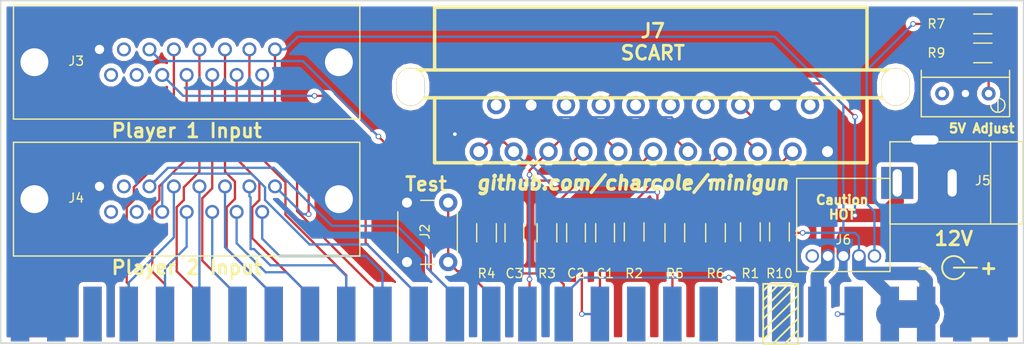
<source format=kicad_pcb>
(kicad_pcb (version 4) (host pcbnew 4.0.6)

  (general
    (links 81)
    (no_connects 0)
    (area 92.634999 125.654999 204.545001 163.270001)
    (thickness 1.6)
    (drawings 37)
    (tracks 360)
    (zones 0)
    (modules 20)
    (nets 69)
  )

  (page A4)
  (layers
    (0 F.Cu signal)
    (31 B.Cu signal)
    (32 B.Adhes user)
    (33 F.Adhes user)
    (34 B.Paste user)
    (35 F.Paste user)
    (36 B.SilkS user)
    (37 F.SilkS user)
    (38 B.Mask user)
    (39 F.Mask user)
    (40 Dwgs.User user)
    (41 Cmts.User user)
    (42 Eco1.User user)
    (43 Eco2.User user)
    (44 Edge.Cuts user)
    (45 Margin user)
    (46 B.CrtYd user)
    (47 F.CrtYd user)
    (48 B.Fab user)
    (49 F.Fab user)
  )

  (setup
    (last_trace_width 0.25)
    (trace_clearance 0.2)
    (zone_clearance 0.508)
    (zone_45_only yes)
    (trace_min 0.2)
    (segment_width 0.2)
    (edge_width 0.15)
    (via_size 0.6)
    (via_drill 0.4)
    (via_min_size 0.4)
    (via_min_drill 0.3)
    (uvia_size 0.3)
    (uvia_drill 0.1)
    (uvias_allowed no)
    (uvia_min_size 0.2)
    (uvia_min_drill 0.1)
    (pcb_text_width 0.3)
    (pcb_text_size 1.5 1.5)
    (mod_edge_width 0.15)
    (mod_text_size 1 1)
    (mod_text_width 0.15)
    (pad_size 1.524 1.524)
    (pad_drill 0.762)
    (pad_to_mask_clearance 0.2)
    (aux_axis_origin 0 0)
    (visible_elements FFFFFF7F)
    (pcbplotparams
      (layerselection 0x010f0_80000001)
      (usegerberextensions false)
      (excludeedgelayer true)
      (linewidth 0.100000)
      (plotframeref false)
      (viasonmask false)
      (mode 1)
      (useauxorigin false)
      (hpglpennumber 1)
      (hpglpenspeed 20)
      (hpglpendiameter 15)
      (hpglpenoverlay 2)
      (psnegative false)
      (psa4output false)
      (plotreference true)
      (plotvalue true)
      (plotinvisibletext false)
      (padsonsilk false)
      (subtractmaskfromsilk false)
      (outputformat 1)
      (mirror false)
      (drillshape 0)
      (scaleselection 1)
      (outputdirectory Gerbers))
  )

  (net 0 "")
  (net 1 RED)
  (net 2 "Net-(C1-Pad2)")
  (net 3 GREEN)
  (net 4 "Net-(C2-Pad2)")
  (net 5 BLUE)
  (net 6 "Net-(C3-Pad2)")
  (net 7 TEST)
  (net 8 START1)
  (net 9 UP1)
  (net 10 DOWN1)
  (net 11 LEFT1)
  (net 12 RIGHT1)
  (net 13 A1)
  (net 14 COIN1)
  (net 15 B1)
  (net 16 D1)
  (net 17 "Net-(J1-Pad51)")
  (net 18 GND)
  (net 19 C1)
  (net 20 "Net-(J1-Pad17)")
  (net 21 SPEAKER)
  (net 22 "Net-(J1-Pad15)")
  (net 23 "Net-(J1-Pad21)")
  (net 24 VIDEO_GND)
  (net 25 +5V)
  (net 26 +12V)
  (net 27 "Net-(J1-Pad10)")
  (net 28 "Net-(J1-Pad13)")
  (net 29 COIN2)
  (net 30 "Net-(J1-Pad30)")
  (net 31 START2)
  (net 32 UP2)
  (net 33 DOWN2)
  (net 34 SERVICE)
  (net 35 B2)
  (net 36 LEFT2)
  (net 37 RIGHT2)
  (net 38 A2)
  (net 39 C2)
  (net 40 "Net-(J1-Pad22)")
  (net 41 "Net-(J1-Pad18)")
  (net 42 "Net-(J1-Pad20)")
  (net 43 "Net-(J1-Pad16)")
  (net 44 SYNC)
  (net 45 "Net-(J1-Pad14)")
  (net 46 D2)
  (net 47 "Net-(J1-Pad52)")
  (net 48 "Net-(J3-Pad2)")
  (net 49 "Net-(J3-Pad9)")
  (net 50 "Net-(J3-Pad10)")
  (net 51 "Net-(J4-Pad2)")
  (net 52 "Net-(J4-Pad9)")
  (net 53 "Net-(J4-Pad10)")
  (net 54 "Net-(J7-Pad1)")
  (net 55 "Net-(J7-Pad2)")
  (net 56 "Net-(J7-Pad6)")
  (net 57 "Net-(J7-Pad7)")
  (net 58 "Net-(J7-Pad10)")
  (net 59 "Net-(J7-Pad11)")
  (net 60 "Net-(J7-Pad12)")
  (net 61 "Net-(J7-Pad14)")
  (net 62 "Net-(J7-Pad15)")
  (net 63 "Net-(J7-Pad16)")
  (net 64 "Net-(J7-Pad19)")
  (net 65 "Net-(J7-Pad20)")
  (net 66 "Net-(R7-Pad1)")
  (net 67 "Net-(J6-Pad5)")
  (net 68 "Net-(J6-Pad1)")

  (net_class Default "This is the default net class."
    (clearance 0.2)
    (trace_width 0.25)
    (via_dia 0.6)
    (via_drill 0.4)
    (uvia_dia 0.3)
    (uvia_drill 0.1)
    (add_net +12V)
    (add_net +5V)
    (add_net A1)
    (add_net A2)
    (add_net B1)
    (add_net B2)
    (add_net BLUE)
    (add_net C1)
    (add_net C2)
    (add_net COIN1)
    (add_net COIN2)
    (add_net D1)
    (add_net D2)
    (add_net DOWN1)
    (add_net DOWN2)
    (add_net GND)
    (add_net GREEN)
    (add_net LEFT1)
    (add_net LEFT2)
    (add_net "Net-(C1-Pad2)")
    (add_net "Net-(C2-Pad2)")
    (add_net "Net-(C3-Pad2)")
    (add_net "Net-(J1-Pad10)")
    (add_net "Net-(J1-Pad13)")
    (add_net "Net-(J1-Pad14)")
    (add_net "Net-(J1-Pad15)")
    (add_net "Net-(J1-Pad16)")
    (add_net "Net-(J1-Pad17)")
    (add_net "Net-(J1-Pad18)")
    (add_net "Net-(J1-Pad20)")
    (add_net "Net-(J1-Pad21)")
    (add_net "Net-(J1-Pad22)")
    (add_net "Net-(J1-Pad30)")
    (add_net "Net-(J1-Pad51)")
    (add_net "Net-(J1-Pad52)")
    (add_net "Net-(J3-Pad10)")
    (add_net "Net-(J3-Pad2)")
    (add_net "Net-(J3-Pad9)")
    (add_net "Net-(J4-Pad10)")
    (add_net "Net-(J4-Pad2)")
    (add_net "Net-(J4-Pad9)")
    (add_net "Net-(J6-Pad1)")
    (add_net "Net-(J6-Pad5)")
    (add_net "Net-(J7-Pad1)")
    (add_net "Net-(J7-Pad10)")
    (add_net "Net-(J7-Pad11)")
    (add_net "Net-(J7-Pad12)")
    (add_net "Net-(J7-Pad14)")
    (add_net "Net-(J7-Pad15)")
    (add_net "Net-(J7-Pad16)")
    (add_net "Net-(J7-Pad19)")
    (add_net "Net-(J7-Pad2)")
    (add_net "Net-(J7-Pad20)")
    (add_net "Net-(J7-Pad6)")
    (add_net "Net-(J7-Pad7)")
    (add_net "Net-(R7-Pad1)")
    (add_net RED)
    (add_net RIGHT1)
    (add_net RIGHT2)
    (add_net SERVICE)
    (add_net SPEAKER)
    (add_net START1)
    (add_net START2)
    (add_net SYNC)
    (add_net TEST)
    (add_net UP1)
    (add_net UP2)
    (add_net VIDEO_GND)
  )

  (module JAMMA:JAMMA (layer F.Cu) (tedit 5973B580) (tstamp 5973A6E3)
    (at 146.305 160.56875)
    (path /59738956)
    (fp_text reference J1 (at -2.16 -0.54875) (layer F.SilkS) hide
      (effects (font (size 1 1) (thickness 0.15)))
    )
    (fp_text value JAMMA (at -32.005 -4.99375) (layer F.Fab)
      (effects (font (size 1 1) (thickness 0.15)))
    )
    (pad 29 smd rect (at 0 -0.54875 90) (size 6 2) (layers F.Cu F.Paste F.Mask)
      (net 7 TEST))
    (pad 33 smd rect (at -7.92 -0.54875 90) (size 6 2) (layers F.Cu F.Paste F.Mask)
      (net 8 START1))
    (pad 35 smd rect (at -11.88 -0.54875 90) (size 6 2) (layers F.Cu F.Paste F.Mask)
      (net 9 UP1))
    (pad 37 smd rect (at -15.84 -0.54875 90) (size 6 2) (layers F.Cu F.Paste F.Mask)
      (net 10 DOWN1))
    (pad 39 smd rect (at -19.8 -0.54875 90) (size 6 2) (layers F.Cu F.Paste F.Mask)
      (net 11 LEFT1))
    (pad 41 smd rect (at -23.76 -0.54875 90) (size 6 2) (layers F.Cu F.Paste F.Mask)
      (net 12 RIGHT1))
    (pad 43 smd rect (at -27.72 -0.54875 90) (size 6 2) (layers F.Cu F.Paste F.Mask)
      (net 13 A1))
    (pad 31 smd rect (at -3.96 -0.54875 90) (size 6 2) (layers F.Cu F.Paste F.Mask)
      (net 14 COIN1))
    (pad 45 smd rect (at -31.68 -0.54875 90) (size 6 2) (layers F.Cu F.Paste F.Mask)
      (net 15 B1))
    (pad 49 smd rect (at -39.6 -0.54875 90) (size 6 2) (layers F.Cu F.Paste F.Mask)
      (net 16 D1))
    (pad 51 smd rect (at -43.56 -0.54875 90) (size 6 2) (layers F.Cu F.Paste F.Mask)
      (net 17 "Net-(J1-Pad51)"))
    (pad 53 smd rect (at -47.52 -0.54875 90) (size 6 2) (layers F.Cu F.Paste F.Mask)
      (net 18 GND))
    (pad 47 smd rect (at -35.64 -0.54875 90) (size 6 2) (layers F.Cu F.Paste F.Mask)
      (net 19 C1))
    (pad 17 smd rect (at 23.76 -0.54875 90) (size 6 2) (layers F.Cu F.Paste F.Mask)
      (net 20 "Net-(J1-Pad17)"))
    (pad 19 smd rect (at 19.8 -0.54875 90) (size 6 2) (layers F.Cu F.Paste F.Mask)
      (net 21 SPEAKER))
    (pad 23 smd rect (at 11.88 -0.54875 90) (size 6 2) (layers F.Cu F.Paste F.Mask)
      (net 1 RED))
    (pad 15 smd rect (at 27.72 -0.54875 90) (size 6 2) (layers F.Cu F.Paste F.Mask)
      (net 22 "Net-(J1-Pad15)"))
    (pad 21 smd rect (at 15.84 -0.54875 90) (size 6 2) (layers F.Cu F.Paste F.Mask)
      (net 23 "Net-(J1-Pad21)"))
    (pad 27 smd rect (at 3.96 -0.54875 90) (size 6 2) (layers F.Cu F.Paste F.Mask)
      (net 24 VIDEO_GND))
    (pad 25 smd rect (at 7.92 -0.54875 90) (size 6 2) (layers F.Cu F.Paste F.Mask)
      (net 5 BLUE))
    (pad 5 smd rect (at 47.52 -0.54875 90) (size 6 2) (layers F.Cu F.Paste F.Mask)
      (net 25 +5V))
    (pad 7 smd rect (at 43.56 -0.54875 90) (size 6 2) (layers F.Cu F.Paste F.Mask)
      (net 25 +5V))
    (pad 11 smd rect (at 35.64 -0.54875 90) (size 6 2) (layers F.Cu F.Paste F.Mask)
      (net 26 +12V))
    (pad 9 smd rect (at 39.6 -0.54875 90) (size 6 2) (layers F.Cu F.Paste F.Mask)
      (net 27 "Net-(J1-Pad10)"))
    (pad 13 smd rect (at 31.68 -0.54875 90) (size 6 2) (layers F.Cu F.Paste F.Mask)
      (net 28 "Net-(J1-Pad13)"))
    (pad 3 smd rect (at 51.48 -0.54875 90) (size 6 2) (layers F.Cu F.Paste F.Mask)
      (net 18 GND))
    (pad 55 smd rect (at -51.48 -0.54875 90) (size 6 2) (layers F.Cu F.Paste F.Mask)
      (net 18 GND))
    (pad 1 smd rect (at 55.44 -0.54875 90) (size 6 2) (layers F.Cu F.Paste F.Mask)
      (net 18 GND))
    (pad 32 smd rect (at -3.96 -0.54875 270) (size 6 2) (layers B.Cu B.Paste B.Mask)
      (net 29 COIN2))
    (pad 30 smd rect (at 0 -0.54875 270) (size 6 2) (layers B.Cu B.Paste B.Mask)
      (net 30 "Net-(J1-Pad30)"))
    (pad 34 smd rect (at -7.92 -0.54875 270) (size 6 2) (layers B.Cu B.Paste B.Mask)
      (net 31 START2))
    (pad 36 smd rect (at -11.88 -0.54875 270) (size 6 2) (layers B.Cu B.Paste B.Mask)
      (net 32 UP2))
    (pad 38 smd rect (at -15.84 -0.54875 270) (size 6 2) (layers B.Cu B.Paste B.Mask)
      (net 33 DOWN2))
    (pad 28 smd rect (at 3.96 -0.54875 270) (size 6 2) (layers B.Cu B.Paste B.Mask)
      (net 34 SERVICE))
    (pad 46 smd rect (at -31.68 -0.54875 270) (size 6 2) (layers B.Cu B.Paste B.Mask)
      (net 35 B2))
    (pad 40 smd rect (at -19.8 -0.54875 270) (size 6 2) (layers B.Cu B.Paste B.Mask)
      (net 36 LEFT2))
    (pad 42 smd rect (at -23.76 -0.54875 270) (size 6 2) (layers B.Cu B.Paste B.Mask)
      (net 37 RIGHT2))
    (pad 44 smd rect (at -27.72 -0.54875 270) (size 6 2) (layers B.Cu B.Paste B.Mask)
      (net 38 A2))
    (pad 48 smd rect (at -35.64 -0.54875 270) (size 6 2) (layers B.Cu B.Paste B.Mask)
      (net 39 C2))
    (pad 22 smd rect (at 15.84 -0.54875 270) (size 6 2) (layers B.Cu B.Paste B.Mask)
      (net 40 "Net-(J1-Pad22)"))
    (pad 18 smd rect (at 23.76 -0.54875 270) (size 6 2) (layers B.Cu B.Paste B.Mask)
      (net 41 "Net-(J1-Pad18)"))
    (pad 20 smd rect (at 19.8 -0.54875 270) (size 6 2) (layers B.Cu B.Paste B.Mask)
      (net 42 "Net-(J1-Pad20)"))
    (pad 16 smd rect (at 27.72 -0.54875 270) (size 6 2) (layers B.Cu B.Paste B.Mask)
      (net 43 "Net-(J1-Pad16)"))
    (pad 24 smd rect (at 11.88 -0.54875 270) (size 6 2) (layers B.Cu B.Paste B.Mask)
      (net 3 GREEN))
    (pad 26 smd rect (at 7.92 -0.54875 270) (size 6 2) (layers B.Cu B.Paste B.Mask)
      (net 44 SYNC))
    (pad 14 smd rect (at 31.68 -0.54875 270) (size 6 2) (layers B.Cu B.Paste B.Mask)
      (net 45 "Net-(J1-Pad14)"))
    (pad 4 smd rect (at 51.48 -0.54875 270) (size 6 2) (layers B.Cu B.Paste B.Mask)
      (net 18 GND))
    (pad 10 smd rect (at 39.6 -0.54875 270) (size 6 2) (layers B.Cu B.Paste B.Mask)
      (net 27 "Net-(J1-Pad10)"))
    (pad 6 smd rect (at 47.52 -0.54875 270) (size 6 2) (layers B.Cu B.Paste B.Mask)
      (net 25 +5V))
    (pad 8 smd rect (at 43.56 -0.54875 270) (size 6 2) (layers B.Cu B.Paste B.Mask)
      (net 25 +5V))
    (pad 12 smd rect (at 35.64 -0.54875 270) (size 6 2) (layers B.Cu B.Paste B.Mask)
      (net 26 +12V))
    (pad 2 smd rect (at 55.44 -0.54875 270) (size 6 2) (layers B.Cu B.Paste B.Mask)
      (net 18 GND))
    (pad 54 smd rect (at -47.52 -0.54875 270) (size 6 2) (layers B.Cu B.Paste B.Mask)
      (net 18 GND))
    (pad 50 smd rect (at -39.6 -0.54875 270) (size 6 2) (layers B.Cu B.Paste B.Mask)
      (net 46 D2))
    (pad 52 smd rect (at -43.56 -0.54875 270) (size 6 2) (layers B.Cu B.Paste B.Mask)
      (net 47 "Net-(J1-Pad52)"))
    (pad 56 smd rect (at -51.48 -0.54875 270) (size 6 2) (layers B.Cu B.Paste B.Mask)
      (net 18 GND))
  )

  (module Capacitors_SMD:C_1206_HandSoldering (layer F.Cu) (tedit 541A9C03) (tstamp 5973A69B)
    (at 158.75 151.13 90)
    (descr "Capacitor SMD 1206, hand soldering")
    (tags "capacitor 1206")
    (path /59739455)
    (attr smd)
    (fp_text reference C1 (at -4.445 0 180) (layer F.SilkS)
      (effects (font (size 1 1) (thickness 0.15)))
    )
    (fp_text value CP (at 4.445 0 180) (layer F.Fab)
      (effects (font (size 1 1) (thickness 0.15)))
    )
    (fp_line (start -1.6 0.8) (end -1.6 -0.8) (layer F.Fab) (width 0.15))
    (fp_line (start 1.6 0.8) (end -1.6 0.8) (layer F.Fab) (width 0.15))
    (fp_line (start 1.6 -0.8) (end 1.6 0.8) (layer F.Fab) (width 0.15))
    (fp_line (start -1.6 -0.8) (end 1.6 -0.8) (layer F.Fab) (width 0.15))
    (fp_line (start -3.3 -1.15) (end 3.3 -1.15) (layer F.CrtYd) (width 0.05))
    (fp_line (start -3.3 1.15) (end 3.3 1.15) (layer F.CrtYd) (width 0.05))
    (fp_line (start -3.3 -1.15) (end -3.3 1.15) (layer F.CrtYd) (width 0.05))
    (fp_line (start 3.3 -1.15) (end 3.3 1.15) (layer F.CrtYd) (width 0.05))
    (fp_line (start 1 -1.025) (end -1 -1.025) (layer F.SilkS) (width 0.15))
    (fp_line (start -1 1.025) (end 1 1.025) (layer F.SilkS) (width 0.15))
    (pad 1 smd rect (at -2 0 90) (size 2 1.6) (layers F.Cu F.Paste F.Mask)
      (net 1 RED))
    (pad 2 smd rect (at 2 0 90) (size 2 1.6) (layers F.Cu F.Paste F.Mask)
      (net 2 "Net-(C1-Pad2)"))
    (model Capacitors_SMD.3dshapes/C_1206_HandSoldering.wrl
      (at (xyz 0 0 0))
      (scale (xyz 1 1 1))
      (rotate (xyz 0 0 0))
    )
  )

  (module Capacitors_SMD:C_1206_HandSoldering (layer F.Cu) (tedit 541A9C03) (tstamp 5973A6A1)
    (at 155.575 151.13 90)
    (descr "Capacitor SMD 1206, hand soldering")
    (tags "capacitor 1206")
    (path /597394A4)
    (attr smd)
    (fp_text reference C2 (at -4.445 0 180) (layer F.SilkS)
      (effects (font (size 1 1) (thickness 0.15)))
    )
    (fp_text value CP (at 4.445 0 180) (layer F.Fab)
      (effects (font (size 1 1) (thickness 0.15)))
    )
    (fp_line (start -1.6 0.8) (end -1.6 -0.8) (layer F.Fab) (width 0.15))
    (fp_line (start 1.6 0.8) (end -1.6 0.8) (layer F.Fab) (width 0.15))
    (fp_line (start 1.6 -0.8) (end 1.6 0.8) (layer F.Fab) (width 0.15))
    (fp_line (start -1.6 -0.8) (end 1.6 -0.8) (layer F.Fab) (width 0.15))
    (fp_line (start -3.3 -1.15) (end 3.3 -1.15) (layer F.CrtYd) (width 0.05))
    (fp_line (start -3.3 1.15) (end 3.3 1.15) (layer F.CrtYd) (width 0.05))
    (fp_line (start -3.3 -1.15) (end -3.3 1.15) (layer F.CrtYd) (width 0.05))
    (fp_line (start 3.3 -1.15) (end 3.3 1.15) (layer F.CrtYd) (width 0.05))
    (fp_line (start 1 -1.025) (end -1 -1.025) (layer F.SilkS) (width 0.15))
    (fp_line (start -1 1.025) (end 1 1.025) (layer F.SilkS) (width 0.15))
    (pad 1 smd rect (at -2 0 90) (size 2 1.6) (layers F.Cu F.Paste F.Mask)
      (net 3 GREEN))
    (pad 2 smd rect (at 2 0 90) (size 2 1.6) (layers F.Cu F.Paste F.Mask)
      (net 4 "Net-(C2-Pad2)"))
    (model Capacitors_SMD.3dshapes/C_1206_HandSoldering.wrl
      (at (xyz 0 0 0))
      (scale (xyz 1 1 1))
      (rotate (xyz 0 0 0))
    )
  )

  (module Capacitors_SMD:C_1206_HandSoldering (layer F.Cu) (tedit 541A9C03) (tstamp 5973A6A7)
    (at 148.844 151.13 90)
    (descr "Capacitor SMD 1206, hand soldering")
    (tags "capacitor 1206")
    (path /597393E2)
    (attr smd)
    (fp_text reference C3 (at -4.445 0 180) (layer F.SilkS)
      (effects (font (size 1 1) (thickness 0.15)))
    )
    (fp_text value CP (at 4.445 0 180) (layer F.Fab)
      (effects (font (size 1 1) (thickness 0.15)))
    )
    (fp_line (start -1.6 0.8) (end -1.6 -0.8) (layer F.Fab) (width 0.15))
    (fp_line (start 1.6 0.8) (end -1.6 0.8) (layer F.Fab) (width 0.15))
    (fp_line (start 1.6 -0.8) (end 1.6 0.8) (layer F.Fab) (width 0.15))
    (fp_line (start -1.6 -0.8) (end 1.6 -0.8) (layer F.Fab) (width 0.15))
    (fp_line (start -3.3 -1.15) (end 3.3 -1.15) (layer F.CrtYd) (width 0.05))
    (fp_line (start -3.3 1.15) (end 3.3 1.15) (layer F.CrtYd) (width 0.05))
    (fp_line (start -3.3 -1.15) (end -3.3 1.15) (layer F.CrtYd) (width 0.05))
    (fp_line (start 3.3 -1.15) (end 3.3 1.15) (layer F.CrtYd) (width 0.05))
    (fp_line (start 1 -1.025) (end -1 -1.025) (layer F.SilkS) (width 0.15))
    (fp_line (start -1 1.025) (end 1 1.025) (layer F.SilkS) (width 0.15))
    (pad 1 smd rect (at -2 0 90) (size 2 1.6) (layers F.Cu F.Paste F.Mask)
      (net 5 BLUE))
    (pad 2 smd rect (at 2 0 90) (size 2 1.6) (layers F.Cu F.Paste F.Mask)
      (net 6 "Net-(C3-Pad2)"))
    (model Capacitors_SMD.3dshapes/C_1206_HandSoldering.wrl
      (at (xyz 0 0 0))
      (scale (xyz 1 1 1))
      (rotate (xyz 0 0 0))
    )
  )

  (module Buttons_Switches_THT:SW_PUSH_6mm (layer F.Cu) (tedit 5973B462) (tstamp 5973A6EB)
    (at 141.605 147.828 270)
    (descr https://www.omron.com/ecb/products/pdf/en-b3f.pdf)
    (tags "tact sw push 6mm")
    (path /5973B04F)
    (fp_text reference J2 (at 3.175 2.54 270) (layer F.SilkS)
      (effects (font (size 1 1) (thickness 0.15)))
    )
    (fp_text value TEST (at 3.75 6.7 270) (layer F.Fab)
      (effects (font (size 1 1) (thickness 0.15)))
    )
    (fp_line (start 3.25 -0.75) (end 6.25 -0.75) (layer F.Fab) (width 0.1))
    (fp_line (start 6.25 -0.75) (end 6.25 5.25) (layer F.Fab) (width 0.1))
    (fp_line (start 6.25 5.25) (end 0.25 5.25) (layer F.Fab) (width 0.1))
    (fp_line (start 0.25 5.25) (end 0.25 -0.75) (layer F.Fab) (width 0.1))
    (fp_line (start 0.25 -0.75) (end 3.25 -0.75) (layer F.Fab) (width 0.1))
    (fp_line (start 7.75 6) (end 8 6) (layer F.CrtYd) (width 0.05))
    (fp_line (start 8 6) (end 8 5.75) (layer F.CrtYd) (width 0.05))
    (fp_line (start 7.75 -1.5) (end 8 -1.5) (layer F.CrtYd) (width 0.05))
    (fp_line (start 8 -1.5) (end 8 -1.25) (layer F.CrtYd) (width 0.05))
    (fp_line (start -1.5 -1.25) (end -1.5 -1.5) (layer F.CrtYd) (width 0.05))
    (fp_line (start -1.5 -1.5) (end -1.25 -1.5) (layer F.CrtYd) (width 0.05))
    (fp_line (start -1.5 5.75) (end -1.5 6) (layer F.CrtYd) (width 0.05))
    (fp_line (start -1.5 6) (end -1.25 6) (layer F.CrtYd) (width 0.05))
    (fp_line (start -1.25 -1.5) (end 7.75 -1.5) (layer F.CrtYd) (width 0.05))
    (fp_line (start -1.5 5.75) (end -1.5 -1.25) (layer F.CrtYd) (width 0.05))
    (fp_line (start 7.75 6) (end -1.25 6) (layer F.CrtYd) (width 0.05))
    (fp_line (start 8 -1.25) (end 8 5.75) (layer F.CrtYd) (width 0.05))
    (fp_line (start 1 5.5) (end 5.5 5.5) (layer F.SilkS) (width 0.15))
    (fp_line (start -0.25 1.5) (end -0.25 3) (layer F.SilkS) (width 0.15))
    (fp_line (start 5.5 -1) (end 1 -1) (layer F.SilkS) (width 0.15))
    (fp_line (start 6.75 3) (end 6.75 1.5) (layer F.SilkS) (width 0.15))
    (fp_circle (center 3.25 2.25) (end 1.25 2.5) (layer F.Fab) (width 0.1))
    (pad 2 thru_hole circle (at 0 4.5) (size 2 2) (drill 1.1) (layers *.Cu *.Mask)
      (net 18 GND))
    (pad 1 thru_hole circle (at 0 0) (size 2 2) (drill 1.1) (layers *.Cu *.Mask)
      (net 7 TEST))
    (pad 2 thru_hole circle (at 6.5 4.5) (size 2 2) (drill 1.1) (layers *.Cu *.Mask)
      (net 18 GND))
    (pad 1 thru_hole circle (at 6.5 0) (size 2 2) (drill 1.1) (layers *.Cu *.Mask)
      (net 7 TEST))
    (model Buttons_Switches_ThroughHole.3dshapes/SW_PUSH_6mm.wrl
      (at (xyz 0.005 0 0))
      (scale (xyz 0.3937 0.3937 0.3937))
      (rotate (xyz 0 0 0))
    )
  )

  (module Connectors:BARREL_JACK (layer F.Cu) (tedit 0) (tstamp 5973A71C)
    (at 196.8754 145.669 180)
    (descr "DC Barrel Jack")
    (tags "Power Jack")
    (path /5973A4BC)
    (fp_text reference J5 (at -3.1496 0.254 360) (layer F.SilkS)
      (effects (font (size 1 1) (thickness 0.15)))
    )
    (fp_text value BARREL_JACK (at 0 -5.99948 180) (layer F.Fab)
      (effects (font (size 1 1) (thickness 0.15)))
    )
    (fp_line (start -4.0005 -4.50088) (end -4.0005 4.50088) (layer F.SilkS) (width 0.15))
    (fp_line (start -7.50062 -4.50088) (end -7.50062 4.50088) (layer F.SilkS) (width 0.15))
    (fp_line (start -7.50062 4.50088) (end 7.00024 4.50088) (layer F.SilkS) (width 0.15))
    (fp_line (start 7.00024 4.50088) (end 7.00024 -4.50088) (layer F.SilkS) (width 0.15))
    (fp_line (start 7.00024 -4.50088) (end -7.50062 -4.50088) (layer F.SilkS) (width 0.15))
    (pad 1 thru_hole rect (at 6.20014 0 180) (size 3.50012 3.50012) (drill oval 1.00076 2.99974) (layers *.Cu *.Mask)
      (net 26 +12V))
    (pad 2 thru_hole rect (at 0.20066 0 180) (size 3.50012 3.50012) (drill oval 1.00076 2.99974) (layers *.Cu *.Mask)
      (net 18 GND))
    (pad 3 thru_hole rect (at 3.2004 4.699 180) (size 3.50012 3.50012) (drill oval 2.99974 1.00076) (layers *.Cu *.Mask)
      (net 18 GND))
  )

  (module NQR010A0X4Z:NQR010A0X4Z (layer F.Cu) (tedit 5973B54D) (tstamp 5973A725)
    (at 184.785 153.67)
    (path /59738249)
    (fp_text reference J6 (at 0 -1.778) (layer F.SilkS)
      (effects (font (size 1 1) (thickness 0.15)))
    )
    (fp_text value DC-DC (at 0 -5.1) (layer F.Fab)
      (effects (font (size 1 1) (thickness 0.15)))
    )
    (fp_line (start -5.1 -8.5) (end -5.1 1.7) (layer F.SilkS) (width 0.15))
    (fp_line (start 5.1 -8.5) (end -5.1 -8.5) (layer F.SilkS) (width 0.15))
    (fp_line (start 5.1 1.7) (end 5.1 -8.5) (layer F.SilkS) (width 0.15))
    (fp_line (start -5.1 1.7) (end 5.1 1.7) (layer F.SilkS) (width 0.15))
    (pad 3 thru_hole circle (at 0 0) (size 1.47 1.47) (drill 1.07) (layers *.Cu *.Mask)
      (net 18 GND))
    (pad 2 thru_hole circle (at -1.7 0) (size 1.47 1.47) (drill 1.07) (layers *.Cu *.Mask)
      (net 26 +12V))
    (pad 4 thru_hole circle (at 1.7 0) (size 1.47 1.47) (drill 1.07) (layers *.Cu *.Mask)
      (net 25 +5V))
    (pad 5 thru_hole circle (at 3.4 0) (size 1.47 1.47) (drill 1.07) (layers *.Cu *.Mask)
      (net 67 "Net-(J6-Pad5)"))
    (pad 1 thru_hole circle (at -3.4 0) (size 1.47 1.47) (drill 1.07) (layers *.Cu *.Mask)
      (net 68 "Net-(J6-Pad1)"))
  )

  (module w_conn_av:SCART (layer F.Cu) (tedit 5973B4CC) (tstamp 5973A740)
    (at 164.00018 134.96036 180)
    (descr "SCART socket, Tyco P/N 1483465-1")
    (path /597381C0)
    (fp_text reference J7 (at 0.04318 5.92836 180) (layer F.SilkS)
      (effects (font (thickness 0.3048)))
    )
    (fp_text value SCART (at 0.04318 3.51536 360) (layer F.SilkS)
      (effects (font (thickness 0.3048)))
    )
    (fp_line (start -25.4 -1.397) (end -25.4 1.651) (layer F.SilkS) (width 0.381))
    (fp_line (start 25.4 -1.397) (end 25.4 1.651) (layer F.SilkS) (width 0.381))
    (fp_line (start -23.368 8.509) (end 23.876 8.509) (layer F.SilkS) (width 0.381))
    (fp_line (start -27.051 -1.397) (end -27.051 1.651) (layer F.SilkS) (width 0.381))
    (fp_line (start 27.051 -1.397) (end 27.051 1.651) (layer F.SilkS) (width 0.381))
    (fp_line (start -23.368 -1.397) (end -23.368 -8.509) (layer F.SilkS) (width 0.381))
    (fp_line (start -23.368 -8.509) (end 23.876 -8.509) (layer F.SilkS) (width 0.381))
    (fp_line (start 23.876 -8.509) (end 23.876 -1.397) (layer F.SilkS) (width 0.381))
    (fp_line (start -27.051 -1.397) (end 27.051 -1.397) (layer F.SilkS) (width 0.381))
    (fp_line (start 27.051 1.651) (end -27.051 1.651) (layer F.SilkS) (width 0.381))
    (fp_line (start -23.368 8.509) (end -23.368 1.651) (layer F.SilkS) (width 0.381))
    (fp_line (start 23.876 8.509) (end 23.876 1.651) (layer F.SilkS) (width 0.381))
    (pad 1 thru_hole circle (at 19.05 -7.27964 180) (size 1.99898 1.99898) (drill 1.19888) (layers *.Cu *.Mask)
      (net 54 "Net-(J7-Pad1)"))
    (pad 2 thru_hole circle (at 17.145 -2.19964 180) (size 1.99898 1.99898) (drill 1.19888) (layers *.Cu *.Mask)
      (net 55 "Net-(J7-Pad2)"))
    (pad 3 thru_hole circle (at 15.24 -7.27964 180) (size 1.99898 1.99898) (drill 1.19888) (layers *.Cu *.Mask)
      (net 54 "Net-(J7-Pad1)"))
    (pad 4 thru_hole circle (at 13.335 -2.19964 180) (size 1.99898 1.99898) (drill 1.19888) (layers *.Cu *.Mask)
      (net 18 GND))
    (pad 5 thru_hole circle (at 11.43 -7.27964 180) (size 1.99898 1.99898) (drill 1.19888) (layers *.Cu *.Mask)
      (net 24 VIDEO_GND))
    (pad 6 thru_hole circle (at 9.525 -2.19964 180) (size 1.99898 1.99898) (drill 1.19888) (layers *.Cu *.Mask)
      (net 56 "Net-(J7-Pad6)"))
    (pad 7 thru_hole circle (at 7.62 -7.27964 180) (size 1.99898 1.99898) (drill 1.19888) (layers *.Cu *.Mask)
      (net 57 "Net-(J7-Pad7)"))
    (pad 8 thru_hole circle (at 5.715 -2.19964 180) (size 1.99898 1.99898) (drill 1.19888) (layers *.Cu *.Mask)
      (net 26 +12V))
    (pad 9 thru_hole circle (at 3.81 -7.27964 180) (size 1.99898 1.99898) (drill 1.19888) (layers *.Cu *.Mask)
      (net 24 VIDEO_GND))
    (pad 10 thru_hole circle (at 1.905 -2.19964 180) (size 1.99898 1.99898) (drill 1.19888) (layers *.Cu *.Mask)
      (net 58 "Net-(J7-Pad10)"))
    (pad 11 thru_hole circle (at 0 -7.27964 180) (size 1.99898 1.99898) (drill 1.19888) (layers *.Cu *.Mask)
      (net 59 "Net-(J7-Pad11)"))
    (pad 12 thru_hole circle (at -1.905 -2.19964 180) (size 1.99898 1.99898) (drill 1.19888) (layers *.Cu *.Mask)
      (net 60 "Net-(J7-Pad12)"))
    (pad 13 thru_hole circle (at -3.81 -7.27964 180) (size 1.99898 1.99898) (drill 1.19888) (layers *.Cu *.Mask)
      (net 24 VIDEO_GND))
    (pad 14 thru_hole circle (at -5.715 -2.19964 180) (size 1.99898 1.99898) (drill 1.19888) (layers *.Cu *.Mask)
      (net 61 "Net-(J7-Pad14)"))
    (pad 15 thru_hole circle (at -7.62 -7.27964 180) (size 1.99898 1.99898) (drill 1.19888) (layers *.Cu *.Mask)
      (net 62 "Net-(J7-Pad15)"))
    (pad 16 thru_hole circle (at -9.525 -2.19964 180) (size 1.99898 1.99898) (drill 1.19888) (layers *.Cu *.Mask)
      (net 63 "Net-(J7-Pad16)"))
    (pad 17 thru_hole circle (at -11.43 -7.27964 180) (size 1.99898 1.99898) (drill 1.19888) (layers *.Cu *.Mask)
      (net 24 VIDEO_GND))
    (pad 18 thru_hole circle (at -13.335 -2.19964 180) (size 1.99898 1.99898) (drill 1.19888) (layers *.Cu *.Mask)
      (net 18 GND))
    (pad 19 thru_hole circle (at -15.24 -7.27964 180) (size 1.99898 1.99898) (drill 1.19888) (layers *.Cu *.Mask)
      (net 64 "Net-(J7-Pad19)"))
    (pad 20 thru_hole circle (at -17.145 -2.19964 180) (size 1.99898 1.99898) (drill 1.19888) (layers *.Cu *.Mask)
      (net 65 "Net-(J7-Pad20)"))
    (pad 21 thru_hole circle (at -19.05 -7.27964 180) (size 1.99898 1.99898) (drill 1.19888) (layers *.Cu *.Mask)
      (net 18 GND))
    (pad "" np_thru_hole oval (at 26.49982 -0.20066 180) (size 3.1 4.1) (drill oval 3 4) (layers *.Cu *.Mask F.SilkS))
    (pad "" np_thru_hole oval (at -26.49982 -0.20066 180) (size 3.1 4.1) (drill oval 3 4) (layers *.Cu *.Mask F.SilkS))
    (model walter/conn_av/scart.wrl
      (at (xyz 0 0 0))
      (scale (xyz 1 1 1))
      (rotate (xyz 0 0 0))
    )
  )

  (module Resistors_SMD:R_1206_HandSoldering (layer F.Cu) (tedit 58307C0D) (tstamp 5973A746)
    (at 174.625 151.035 270)
    (descr "Resistor SMD 1206, hand soldering")
    (tags "resistor 1206")
    (path /59739228)
    (attr smd)
    (fp_text reference R1 (at 4.54 0 360) (layer F.SilkS)
      (effects (font (size 1 1) (thickness 0.15)))
    )
    (fp_text value R (at -4.35 0 360) (layer F.Fab)
      (effects (font (size 1 1) (thickness 0.15)))
    )
    (fp_line (start -1.6 0.8) (end -1.6 -0.8) (layer F.Fab) (width 0.1))
    (fp_line (start 1.6 0.8) (end -1.6 0.8) (layer F.Fab) (width 0.1))
    (fp_line (start 1.6 -0.8) (end 1.6 0.8) (layer F.Fab) (width 0.1))
    (fp_line (start -1.6 -0.8) (end 1.6 -0.8) (layer F.Fab) (width 0.1))
    (fp_line (start -3.3 -1.2) (end 3.3 -1.2) (layer F.CrtYd) (width 0.05))
    (fp_line (start -3.3 1.2) (end 3.3 1.2) (layer F.CrtYd) (width 0.05))
    (fp_line (start -3.3 -1.2) (end -3.3 1.2) (layer F.CrtYd) (width 0.05))
    (fp_line (start 3.3 -1.2) (end 3.3 1.2) (layer F.CrtYd) (width 0.05))
    (fp_line (start 1 1.075) (end -1 1.075) (layer F.SilkS) (width 0.15))
    (fp_line (start -1 -1.075) (end 1 -1.075) (layer F.SilkS) (width 0.15))
    (pad 1 smd rect (at -2 0 270) (size 2 1.7) (layers F.Cu F.Paste F.Mask)
      (net 64 "Net-(J7-Pad19)"))
    (pad 2 smd rect (at 2 0 270) (size 2 1.7) (layers F.Cu F.Paste F.Mask)
      (net 44 SYNC))
    (model Resistors_SMD.3dshapes/R_1206_HandSoldering.wrl
      (at (xyz 0 0 0))
      (scale (xyz 1 1 1))
      (rotate (xyz 0 0 0))
    )
  )

  (module Resistors_SMD:R_1206_HandSoldering (layer F.Cu) (tedit 58307C0D) (tstamp 5973A74C)
    (at 161.925 151.035 270)
    (descr "Resistor SMD 1206, hand soldering")
    (tags "resistor 1206")
    (path /5973925F)
    (attr smd)
    (fp_text reference R2 (at 4.54 0 360) (layer F.SilkS)
      (effects (font (size 1 1) (thickness 0.15)))
    )
    (fp_text value R (at -4.35 0 360) (layer F.Fab)
      (effects (font (size 1 1) (thickness 0.15)))
    )
    (fp_line (start -1.6 0.8) (end -1.6 -0.8) (layer F.Fab) (width 0.1))
    (fp_line (start 1.6 0.8) (end -1.6 0.8) (layer F.Fab) (width 0.1))
    (fp_line (start 1.6 -0.8) (end 1.6 0.8) (layer F.Fab) (width 0.1))
    (fp_line (start -1.6 -0.8) (end 1.6 -0.8) (layer F.Fab) (width 0.1))
    (fp_line (start -3.3 -1.2) (end 3.3 -1.2) (layer F.CrtYd) (width 0.05))
    (fp_line (start -3.3 1.2) (end 3.3 1.2) (layer F.CrtYd) (width 0.05))
    (fp_line (start -3.3 -1.2) (end -3.3 1.2) (layer F.CrtYd) (width 0.05))
    (fp_line (start 3.3 -1.2) (end 3.3 1.2) (layer F.CrtYd) (width 0.05))
    (fp_line (start 1 1.075) (end -1 1.075) (layer F.SilkS) (width 0.15))
    (fp_line (start -1 -1.075) (end 1 -1.075) (layer F.SilkS) (width 0.15))
    (pad 1 smd rect (at -2 0 270) (size 2 1.7) (layers F.Cu F.Paste F.Mask)
      (net 62 "Net-(J7-Pad15)"))
    (pad 2 smd rect (at 2 0 270) (size 2 1.7) (layers F.Cu F.Paste F.Mask)
      (net 2 "Net-(C1-Pad2)"))
    (model Resistors_SMD.3dshapes/R_1206_HandSoldering.wrl
      (at (xyz 0 0 0))
      (scale (xyz 1 1 1))
      (rotate (xyz 0 0 0))
    )
  )

  (module Resistors_SMD:R_1206_HandSoldering (layer F.Cu) (tedit 58307C0D) (tstamp 5973A752)
    (at 152.4 151.13 270)
    (descr "Resistor SMD 1206, hand soldering")
    (tags "resistor 1206")
    (path /59739294)
    (attr smd)
    (fp_text reference R3 (at 4.445 0 360) (layer F.SilkS)
      (effects (font (size 1 1) (thickness 0.15)))
    )
    (fp_text value R (at -4.445 0 360) (layer F.Fab)
      (effects (font (size 1 1) (thickness 0.15)))
    )
    (fp_line (start -1.6 0.8) (end -1.6 -0.8) (layer F.Fab) (width 0.1))
    (fp_line (start 1.6 0.8) (end -1.6 0.8) (layer F.Fab) (width 0.1))
    (fp_line (start 1.6 -0.8) (end 1.6 0.8) (layer F.Fab) (width 0.1))
    (fp_line (start -1.6 -0.8) (end 1.6 -0.8) (layer F.Fab) (width 0.1))
    (fp_line (start -3.3 -1.2) (end 3.3 -1.2) (layer F.CrtYd) (width 0.05))
    (fp_line (start -3.3 1.2) (end 3.3 1.2) (layer F.CrtYd) (width 0.05))
    (fp_line (start -3.3 -1.2) (end -3.3 1.2) (layer F.CrtYd) (width 0.05))
    (fp_line (start 3.3 -1.2) (end 3.3 1.2) (layer F.CrtYd) (width 0.05))
    (fp_line (start 1 1.075) (end -1 1.075) (layer F.SilkS) (width 0.15))
    (fp_line (start -1 -1.075) (end 1 -1.075) (layer F.SilkS) (width 0.15))
    (pad 1 smd rect (at -2 0 270) (size 2 1.7) (layers F.Cu F.Paste F.Mask)
      (net 59 "Net-(J7-Pad11)"))
    (pad 2 smd rect (at 2 0 270) (size 2 1.7) (layers F.Cu F.Paste F.Mask)
      (net 4 "Net-(C2-Pad2)"))
    (model Resistors_SMD.3dshapes/R_1206_HandSoldering.wrl
      (at (xyz 0 0 0))
      (scale (xyz 1 1 1))
      (rotate (xyz 0 0 0))
    )
  )

  (module Resistors_SMD:R_1206_HandSoldering (layer F.Cu) (tedit 58307C0D) (tstamp 5973A758)
    (at 145.796 151.13 270)
    (descr "Resistor SMD 1206, hand soldering")
    (tags "resistor 1206")
    (path /597392CC)
    (attr smd)
    (fp_text reference R4 (at 4.445 0 360) (layer F.SilkS)
      (effects (font (size 1 1) (thickness 0.15)))
    )
    (fp_text value R (at -4.445 0 360) (layer F.Fab)
      (effects (font (size 1 1) (thickness 0.15)))
    )
    (fp_line (start -1.6 0.8) (end -1.6 -0.8) (layer F.Fab) (width 0.1))
    (fp_line (start 1.6 0.8) (end -1.6 0.8) (layer F.Fab) (width 0.1))
    (fp_line (start 1.6 -0.8) (end 1.6 0.8) (layer F.Fab) (width 0.1))
    (fp_line (start -1.6 -0.8) (end 1.6 -0.8) (layer F.Fab) (width 0.1))
    (fp_line (start -3.3 -1.2) (end 3.3 -1.2) (layer F.CrtYd) (width 0.05))
    (fp_line (start -3.3 1.2) (end 3.3 1.2) (layer F.CrtYd) (width 0.05))
    (fp_line (start -3.3 -1.2) (end -3.3 1.2) (layer F.CrtYd) (width 0.05))
    (fp_line (start 3.3 -1.2) (end 3.3 1.2) (layer F.CrtYd) (width 0.05))
    (fp_line (start 1 1.075) (end -1 1.075) (layer F.SilkS) (width 0.15))
    (fp_line (start -1 -1.075) (end 1 -1.075) (layer F.SilkS) (width 0.15))
    (pad 1 smd rect (at -2 0 270) (size 2 1.7) (layers F.Cu F.Paste F.Mask)
      (net 57 "Net-(J7-Pad7)"))
    (pad 2 smd rect (at 2 0 270) (size 2 1.7) (layers F.Cu F.Paste F.Mask)
      (net 6 "Net-(C3-Pad2)"))
    (model Resistors_SMD.3dshapes/R_1206_HandSoldering.wrl
      (at (xyz 0 0 0))
      (scale (xyz 1 1 1))
      (rotate (xyz 0 0 0))
    )
  )

  (module Resistors_SMD:R_1206_HandSoldering (layer F.Cu) (tedit 58307C0D) (tstamp 5973A75E)
    (at 166.37 151.13 270)
    (descr "Resistor SMD 1206, hand soldering")
    (tags "resistor 1206")
    (path /59739338)
    (attr smd)
    (fp_text reference R5 (at 4.445 0 360) (layer F.SilkS)
      (effects (font (size 1 1) (thickness 0.15)))
    )
    (fp_text value R (at -4.445 0 360) (layer F.Fab)
      (effects (font (size 1 1) (thickness 0.15)))
    )
    (fp_line (start -1.6 0.8) (end -1.6 -0.8) (layer F.Fab) (width 0.1))
    (fp_line (start 1.6 0.8) (end -1.6 0.8) (layer F.Fab) (width 0.1))
    (fp_line (start 1.6 -0.8) (end 1.6 0.8) (layer F.Fab) (width 0.1))
    (fp_line (start -1.6 -0.8) (end 1.6 -0.8) (layer F.Fab) (width 0.1))
    (fp_line (start -3.3 -1.2) (end 3.3 -1.2) (layer F.CrtYd) (width 0.05))
    (fp_line (start -3.3 1.2) (end 3.3 1.2) (layer F.CrtYd) (width 0.05))
    (fp_line (start -3.3 -1.2) (end -3.3 1.2) (layer F.CrtYd) (width 0.05))
    (fp_line (start 3.3 -1.2) (end 3.3 1.2) (layer F.CrtYd) (width 0.05))
    (fp_line (start 1 1.075) (end -1 1.075) (layer F.SilkS) (width 0.15))
    (fp_line (start -1 -1.075) (end 1 -1.075) (layer F.SilkS) (width 0.15))
    (pad 1 smd rect (at -2 0 270) (size 2 1.7) (layers F.Cu F.Paste F.Mask)
      (net 54 "Net-(J7-Pad1)"))
    (pad 2 smd rect (at 2 0 270) (size 2 1.7) (layers F.Cu F.Paste F.Mask)
      (net 21 SPEAKER))
    (model Resistors_SMD.3dshapes/R_1206_HandSoldering.wrl
      (at (xyz 0 0 0))
      (scale (xyz 1 1 1))
      (rotate (xyz 0 0 0))
    )
  )

  (module Resistors_SMD:R_1206_HandSoldering (layer F.Cu) (tedit 58307C0D) (tstamp 5973A764)
    (at 170.815 151.13 270)
    (descr "Resistor SMD 1206, hand soldering")
    (tags "resistor 1206")
    (path /59739394)
    (attr smd)
    (fp_text reference R6 (at 4.445 0 360) (layer F.SilkS)
      (effects (font (size 1 1) (thickness 0.15)))
    )
    (fp_text value R (at -4.445 0 360) (layer F.Fab)
      (effects (font (size 1 1) (thickness 0.15)))
    )
    (fp_line (start -1.6 0.8) (end -1.6 -0.8) (layer F.Fab) (width 0.1))
    (fp_line (start 1.6 0.8) (end -1.6 0.8) (layer F.Fab) (width 0.1))
    (fp_line (start 1.6 -0.8) (end 1.6 0.8) (layer F.Fab) (width 0.1))
    (fp_line (start -1.6 -0.8) (end 1.6 -0.8) (layer F.Fab) (width 0.1))
    (fp_line (start -3.3 -1.2) (end 3.3 -1.2) (layer F.CrtYd) (width 0.05))
    (fp_line (start -3.3 1.2) (end 3.3 1.2) (layer F.CrtYd) (width 0.05))
    (fp_line (start -3.3 -1.2) (end -3.3 1.2) (layer F.CrtYd) (width 0.05))
    (fp_line (start 3.3 -1.2) (end 3.3 1.2) (layer F.CrtYd) (width 0.05))
    (fp_line (start 1 1.075) (end -1 1.075) (layer F.SilkS) (width 0.15))
    (fp_line (start -1 -1.075) (end 1 -1.075) (layer F.SilkS) (width 0.15))
    (pad 1 smd rect (at -2 0 270) (size 2 1.7) (layers F.Cu F.Paste F.Mask)
      (net 54 "Net-(J7-Pad1)"))
    (pad 2 smd rect (at 2 0 270) (size 2 1.7) (layers F.Cu F.Paste F.Mask)
      (net 18 GND))
    (model Resistors_SMD.3dshapes/R_1206_HandSoldering.wrl
      (at (xyz 0 0 0))
      (scale (xyz 1 1 1))
      (rotate (xyz 0 0 0))
    )
  )

  (module Resistors_SMD:R_1206_HandSoldering (layer F.Cu) (tedit 58307C0D) (tstamp 5973A76A)
    (at 200.025 128.27 180)
    (descr "Resistor SMD 1206, hand soldering")
    (tags "resistor 1206")
    (path /5973A821)
    (attr smd)
    (fp_text reference R7 (at 5.08 0 180) (layer F.SilkS)
      (effects (font (size 1 1) (thickness 0.15)))
    )
    (fp_text value R (at 0 -1.27 180) (layer F.Fab)
      (effects (font (size 1 1) (thickness 0.15)))
    )
    (fp_line (start -1.6 0.8) (end -1.6 -0.8) (layer F.Fab) (width 0.1))
    (fp_line (start 1.6 0.8) (end -1.6 0.8) (layer F.Fab) (width 0.1))
    (fp_line (start 1.6 -0.8) (end 1.6 0.8) (layer F.Fab) (width 0.1))
    (fp_line (start -1.6 -0.8) (end 1.6 -0.8) (layer F.Fab) (width 0.1))
    (fp_line (start -3.3 -1.2) (end 3.3 -1.2) (layer F.CrtYd) (width 0.05))
    (fp_line (start -3.3 1.2) (end 3.3 1.2) (layer F.CrtYd) (width 0.05))
    (fp_line (start -3.3 -1.2) (end -3.3 1.2) (layer F.CrtYd) (width 0.05))
    (fp_line (start 3.3 -1.2) (end 3.3 1.2) (layer F.CrtYd) (width 0.05))
    (fp_line (start 1 1.075) (end -1 1.075) (layer F.SilkS) (width 0.15))
    (fp_line (start -1 -1.075) (end 1 -1.075) (layer F.SilkS) (width 0.15))
    (pad 1 smd rect (at -2 0 180) (size 2 1.7) (layers F.Cu F.Paste F.Mask)
      (net 66 "Net-(R7-Pad1)"))
    (pad 2 smd rect (at 2 0 180) (size 2 1.7) (layers F.Cu F.Paste F.Mask)
      (net 67 "Net-(J6-Pad5)"))
    (model Resistors_SMD.3dshapes/R_1206_HandSoldering.wrl
      (at (xyz 0 0 0))
      (scale (xyz 1 1 1))
      (rotate (xyz 0 0 0))
    )
  )

  (module Potentiometers:Potentiometer_Bourns_3296W_3-8Zoll_Inline_ScrewUp (layer F.Cu) (tedit 54130B3D) (tstamp 5973A771)
    (at 200.66 135.89 90)
    (descr "3296, 3/8, Square, Trimpot, Trimming, Potentiometer, Bourns")
    (tags "3296, 3/8, Square, Trimpot, Trimming, Potentiometer, Bourns")
    (path /5973A8E5)
    (fp_text reference R8 (at 0 -10.16 90) (layer F.SilkS)
      (effects (font (size 1 1) (thickness 0.15)))
    )
    (fp_text value R_Variable (at -3.81 -0.635 180) (layer F.Fab)
      (effects (font (size 1 1) (thickness 0.15)))
    )
    (fp_line (start -2.032 1.016) (end -0.762 1.016) (layer F.SilkS) (width 0.15))
    (fp_line (start -1.2827 0.2286) (end -1.5367 0.2667) (layer F.SilkS) (width 0.15))
    (fp_line (start -1.5367 0.2667) (end -1.8161 0.4445) (layer F.SilkS) (width 0.15))
    (fp_line (start -1.8161 0.4445) (end -2.032 0.762) (layer F.SilkS) (width 0.15))
    (fp_line (start -2.032 0.762) (end -2.0447 1.2065) (layer F.SilkS) (width 0.15))
    (fp_line (start -2.0447 1.2065) (end -1.8415 1.5621) (layer F.SilkS) (width 0.15))
    (fp_line (start -1.8415 1.5621) (end -1.5494 1.7399) (layer F.SilkS) (width 0.15))
    (fp_line (start -1.5494 1.7399) (end -1.2319 1.7907) (layer F.SilkS) (width 0.15))
    (fp_line (start -1.2319 1.7907) (end -0.8255 1.6891) (layer F.SilkS) (width 0.15))
    (fp_line (start -0.8255 1.6891) (end -0.5715 1.3462) (layer F.SilkS) (width 0.15))
    (fp_line (start -0.5715 1.3462) (end -0.4826 1.1684) (layer F.SilkS) (width 0.15))
    (fp_line (start 1.778 -7.366) (end 1.778 2.286) (layer F.SilkS) (width 0.15))
    (fp_line (start -1.27 2.286) (end -2.54 2.286) (layer F.SilkS) (width 0.15))
    (fp_line (start -2.54 2.286) (end -2.54 -7.366) (layer F.SilkS) (width 0.15))
    (fp_line (start -2.54 -7.366) (end 2.54 -7.366) (layer F.SilkS) (width 0.15))
    (fp_line (start 2.54 2.286) (end 0 2.286) (layer F.SilkS) (width 0.15))
    (fp_line (start 0 2.286) (end -1.27 2.286) (layer F.SilkS) (width 0.15))
    (pad 2 thru_hole circle (at 0 -2.54 90) (size 1.524 1.524) (drill 0.8128) (layers *.Cu *.Mask)
      (net 18 GND))
    (pad 3 thru_hole circle (at 0 -5.08 90) (size 1.524 1.524) (drill 0.8128) (layers *.Cu *.Mask))
    (pad 1 thru_hole circle (at 0 0 90) (size 1.524 1.524) (drill 0.8128) (layers *.Cu *.Mask)
      (net 66 "Net-(R7-Pad1)"))
    (model Potentiometers.3dshapes/Potentiometer_Bourns_3296W_3-8Zoll_Inline_ScrewUp.wrl
      (at (xyz 0 0 0))
      (scale (xyz 1 1 1))
      (rotate (xyz 0 0 0))
    )
  )

  (module Resistors_SMD:R_1206_HandSoldering (layer F.Cu) (tedit 58307C0D) (tstamp 5973A777)
    (at 200.025 131.445 180)
    (descr "Resistor SMD 1206, hand soldering")
    (tags "resistor 1206")
    (path /5973A87F)
    (attr smd)
    (fp_text reference R9 (at 5.08 0 180) (layer F.SilkS)
      (effects (font (size 1 1) (thickness 0.15)))
    )
    (fp_text value R (at 0 -1.905 180) (layer F.Fab)
      (effects (font (size 1 1) (thickness 0.15)))
    )
    (fp_line (start -1.6 0.8) (end -1.6 -0.8) (layer F.Fab) (width 0.1))
    (fp_line (start 1.6 0.8) (end -1.6 0.8) (layer F.Fab) (width 0.1))
    (fp_line (start 1.6 -0.8) (end 1.6 0.8) (layer F.Fab) (width 0.1))
    (fp_line (start -1.6 -0.8) (end 1.6 -0.8) (layer F.Fab) (width 0.1))
    (fp_line (start -3.3 -1.2) (end 3.3 -1.2) (layer F.CrtYd) (width 0.05))
    (fp_line (start -3.3 1.2) (end 3.3 1.2) (layer F.CrtYd) (width 0.05))
    (fp_line (start -3.3 -1.2) (end -3.3 1.2) (layer F.CrtYd) (width 0.05))
    (fp_line (start 3.3 -1.2) (end 3.3 1.2) (layer F.CrtYd) (width 0.05))
    (fp_line (start 1 1.075) (end -1 1.075) (layer F.SilkS) (width 0.15))
    (fp_line (start -1 -1.075) (end 1 -1.075) (layer F.SilkS) (width 0.15))
    (pad 1 smd rect (at -2 0 180) (size 2 1.7) (layers F.Cu F.Paste F.Mask)
      (net 66 "Net-(R7-Pad1)"))
    (pad 2 smd rect (at 2 0 180) (size 2 1.7) (layers F.Cu F.Paste F.Mask)
      (net 18 GND))
    (model Resistors_SMD.3dshapes/R_1206_HandSoldering.wrl
      (at (xyz 0 0 0))
      (scale (xyz 1 1 1))
      (rotate (xyz 0 0 0))
    )
  )

  (module Resistors_SMD:R_1206_HandSoldering (layer F.Cu) (tedit 58307C0D) (tstamp 5973A77D)
    (at 177.8 151.035 90)
    (descr "Resistor SMD 1206, hand soldering")
    (tags "resistor 1206")
    (path /59739300)
    (attr smd)
    (fp_text reference R10 (at -4.54 0 180) (layer F.SilkS)
      (effects (font (size 1 1) (thickness 0.15)))
    )
    (fp_text value R (at 4.35 0 180) (layer F.Fab)
      (effects (font (size 1 1) (thickness 0.15)))
    )
    (fp_line (start -1.6 0.8) (end -1.6 -0.8) (layer F.Fab) (width 0.1))
    (fp_line (start 1.6 0.8) (end -1.6 0.8) (layer F.Fab) (width 0.1))
    (fp_line (start 1.6 -0.8) (end 1.6 0.8) (layer F.Fab) (width 0.1))
    (fp_line (start -1.6 -0.8) (end 1.6 -0.8) (layer F.Fab) (width 0.1))
    (fp_line (start -3.3 -1.2) (end 3.3 -1.2) (layer F.CrtYd) (width 0.05))
    (fp_line (start -3.3 1.2) (end 3.3 1.2) (layer F.CrtYd) (width 0.05))
    (fp_line (start -3.3 -1.2) (end -3.3 1.2) (layer F.CrtYd) (width 0.05))
    (fp_line (start 3.3 -1.2) (end 3.3 1.2) (layer F.CrtYd) (width 0.05))
    (fp_line (start 1 1.075) (end -1 1.075) (layer F.SilkS) (width 0.15))
    (fp_line (start -1 -1.075) (end 1 -1.075) (layer F.SilkS) (width 0.15))
    (pad 1 smd rect (at -2 0 90) (size 2 1.7) (layers F.Cu F.Paste F.Mask)
      (net 25 +5V))
    (pad 2 smd rect (at 2 0 90) (size 2 1.7) (layers F.Cu F.Paste F.Mask)
      (net 63 "Net-(J7-Pad16)"))
    (model Resistors_SMD.3dshapes/R_1206_HandSoldering.wrl
      (at (xyz 0 0 0))
      (scale (xyz 1 1 1))
      (rotate (xyz 0 0 0))
    )
  )

  (module DSub15Fat:DB15MD (layer F.Cu) (tedit 0) (tstamp 5973AE24)
    (at 113.665 147.32)
    (descr "Connecteur DB15 male droit")
    (tags "CONN DB15")
    (path /59738F44)
    (fp_text reference J4 (at -12.7 0 180) (layer F.SilkS)
      (effects (font (size 1 1) (thickness 0.15)))
    )
    (fp_text value PLAYER2 (at 0.635 4.445 180) (layer F.Fab)
      (effects (font (size 1 1) (thickness 0.15)))
    )
    (fp_line (start -19.558 -6.096) (end -19.558 6.35) (layer F.SilkS) (width 0.15))
    (fp_line (start -19.558 6.35) (end 18.288 6.35) (layer F.SilkS) (width 0.15))
    (fp_line (start 18.288 6.35) (end 18.288 -6.096) (layer F.SilkS) (width 0.15))
    (fp_line (start 18.288 -6.096) (end -19.558 -6.096) (layer F.SilkS) (width 0.15))
    (pad 0 thru_hole circle (at -17.272 0.127) (size 3.81 3.81) (drill 3.048) (layers *.Cu *.Mask)
      (net 18 GND))
    (pad 0 thru_hole circle (at 16.002 0.127) (size 3.81 3.81) (drill 3.048) (layers *.Cu *.Mask)
      (net 18 GND))
    (pad 1 thru_hole rect (at -10.16 -1.27) (size 1.524 1.524) (drill 1.016) (layers *.Cu *.Mask)
      (net 18 GND))
    (pad 2 thru_hole circle (at -7.493 -1.27) (size 1.524 1.524) (drill 1.016) (layers *.Cu *.Mask)
      (net 51 "Net-(J4-Pad2)"))
    (pad 3 thru_hole circle (at -4.699 -1.27) (size 1.524 1.524) (drill 1.016) (layers *.Cu *.Mask)
      (net 29 COIN2))
    (pad 4 thru_hole circle (at -2.032 -1.27) (size 1.524 1.524) (drill 1.016) (layers *.Cu *.Mask)
      (net 46 D2))
    (pad 5 thru_hole circle (at 0.762 -1.27) (size 1.524 1.524) (drill 1.016) (layers *.Cu *.Mask)
      (net 35 B2))
    (pad 6 thru_hole circle (at 3.556 -1.27) (size 1.524 1.524) (drill 1.016) (layers *.Cu *.Mask)
      (net 37 RIGHT2))
    (pad 7 thru_hole circle (at 6.223 -1.27) (size 1.524 1.524) (drill 1.016) (layers *.Cu *.Mask)
      (net 33 DOWN2))
    (pad 8 thru_hole circle (at 9.017 -1.27) (size 1.524 1.524) (drill 1.016) (layers *.Cu *.Mask)
      (net 25 +5V))
    (pad 9 thru_hole circle (at -8.89 1.524) (size 1.524 1.524) (drill 1.016) (layers *.Cu *.Mask)
      (net 52 "Net-(J4-Pad9)"))
    (pad 10 thru_hole circle (at -6.096 1.524) (size 1.524 1.524) (drill 1.016) (layers *.Cu *.Mask)
      (net 53 "Net-(J4-Pad10)"))
    (pad 11 thru_hole circle (at -3.302 1.524) (size 1.524 1.524) (drill 1.016) (layers *.Cu *.Mask)
      (net 31 START2))
    (pad 12 thru_hole circle (at -0.635 1.524) (size 1.524 1.524) (drill 1.016) (layers *.Cu *.Mask)
      (net 39 C2))
    (pad 13 thru_hole circle (at 2.159 1.524) (size 1.524 1.524) (drill 1.016) (layers *.Cu *.Mask)
      (net 38 A2))
    (pad 14 thru_hole circle (at 4.826 1.524) (size 1.524 1.524) (drill 1.016) (layers *.Cu *.Mask)
      (net 36 LEFT2))
    (pad 15 thru_hole circle (at 7.62 1.524) (size 1.524 1.524) (drill 1.016) (layers *.Cu *.Mask)
      (net 32 UP2))
    (model Connect.3dshapes/DB15MD.wrl
      (at (xyz 0 0 0))
      (scale (xyz 1 1 1))
      (rotate (xyz 0 0 0))
    )
  )

  (module DSub15Fat:DB15MD (layer F.Cu) (tedit 0) (tstamp 5973AE10)
    (at 113.665 132.334)
    (descr "Connecteur DB15 male droit")
    (tags "CONN DB15")
    (path /5973814F)
    (fp_text reference J3 (at -12.7 0 180) (layer F.SilkS)
      (effects (font (size 1 1) (thickness 0.15)))
    )
    (fp_text value PLAYER1 (at 0.635 4.445 180) (layer F.Fab)
      (effects (font (size 1 1) (thickness 0.15)))
    )
    (fp_line (start -19.558 -6.096) (end -19.558 6.35) (layer F.SilkS) (width 0.15))
    (fp_line (start -19.558 6.35) (end 18.288 6.35) (layer F.SilkS) (width 0.15))
    (fp_line (start 18.288 6.35) (end 18.288 -6.096) (layer F.SilkS) (width 0.15))
    (fp_line (start 18.288 -6.096) (end -19.558 -6.096) (layer F.SilkS) (width 0.15))
    (pad 0 thru_hole circle (at -17.272 0.127) (size 3.81 3.81) (drill 3.048) (layers *.Cu *.Mask)
      (net 18 GND))
    (pad 0 thru_hole circle (at 16.002 0.127) (size 3.81 3.81) (drill 3.048) (layers *.Cu *.Mask)
      (net 18 GND))
    (pad 1 thru_hole rect (at -10.16 -1.27) (size 1.524 1.524) (drill 1.016) (layers *.Cu *.Mask)
      (net 18 GND))
    (pad 2 thru_hole circle (at -7.493 -1.27) (size 1.524 1.524) (drill 1.016) (layers *.Cu *.Mask)
      (net 48 "Net-(J3-Pad2)"))
    (pad 3 thru_hole circle (at -4.699 -1.27) (size 1.524 1.524) (drill 1.016) (layers *.Cu *.Mask)
      (net 14 COIN1))
    (pad 4 thru_hole circle (at -2.032 -1.27) (size 1.524 1.524) (drill 1.016) (layers *.Cu *.Mask)
      (net 16 D1))
    (pad 5 thru_hole circle (at 0.762 -1.27) (size 1.524 1.524) (drill 1.016) (layers *.Cu *.Mask)
      (net 15 B1))
    (pad 6 thru_hole circle (at 3.556 -1.27) (size 1.524 1.524) (drill 1.016) (layers *.Cu *.Mask)
      (net 12 RIGHT1))
    (pad 7 thru_hole circle (at 6.223 -1.27) (size 1.524 1.524) (drill 1.016) (layers *.Cu *.Mask)
      (net 10 DOWN1))
    (pad 8 thru_hole circle (at 9.017 -1.27) (size 1.524 1.524) (drill 1.016) (layers *.Cu *.Mask)
      (net 25 +5V))
    (pad 9 thru_hole circle (at -8.89 1.524) (size 1.524 1.524) (drill 1.016) (layers *.Cu *.Mask)
      (net 49 "Net-(J3-Pad9)"))
    (pad 10 thru_hole circle (at -6.096 1.524) (size 1.524 1.524) (drill 1.016) (layers *.Cu *.Mask)
      (net 50 "Net-(J3-Pad10)"))
    (pad 11 thru_hole circle (at -3.302 1.524) (size 1.524 1.524) (drill 1.016) (layers *.Cu *.Mask)
      (net 8 START1))
    (pad 12 thru_hole circle (at -0.635 1.524) (size 1.524 1.524) (drill 1.016) (layers *.Cu *.Mask)
      (net 19 C1))
    (pad 13 thru_hole circle (at 2.159 1.524) (size 1.524 1.524) (drill 1.016) (layers *.Cu *.Mask)
      (net 13 A1))
    (pad 14 thru_hole circle (at 4.826 1.524) (size 1.524 1.524) (drill 1.016) (layers *.Cu *.Mask)
      (net 11 LEFT1))
    (pad 15 thru_hole circle (at 7.62 1.524) (size 1.524 1.524) (drill 1.016) (layers *.Cu *.Mask)
      (net 9 UP1))
    (model Connect.3dshapes/DB15MD.wrl
      (at (xyz 0 0 0))
      (scale (xyz 1 1 1))
      (rotate (xyz 0 0 0))
    )
  )

  (gr_text "Player 2 Input" (at 113.03 154.94) (layer F.SilkS) (tstamp 5982D6E9)
    (effects (font (size 1.5 1.5) (thickness 0.3)))
  )
  (gr_text "5V Adjust" (at 199.898 139.7) (layer F.SilkS)
    (effects (font (size 1 1) (thickness 0.25)))
  )
  (gr_text "Caution\nHOT" (at 184.658 148.336) (layer F.SilkS)
    (effects (font (size 1 1) (thickness 0.25)))
  )
  (gr_line (start 176.022 157.48) (end 176.784 156.718) (layer F.SilkS) (width 0.2))
  (gr_line (start 178.308 163.322) (end 179.832 161.798) (layer F.SilkS) (width 0.2))
  (gr_line (start 177.038 163.322) (end 178.562 163.322) (layer F.SilkS) (width 0.2))
  (gr_line (start 179.832 160.528) (end 177.038 163.322) (layer F.SilkS) (width 0.2))
  (gr_line (start 179.832 159.512) (end 179.832 160.528) (layer F.SilkS) (width 0.2))
  (gr_line (start 176.022 162.814) (end 179.832 159.258) (layer F.SilkS) (width 0.2))
  (gr_line (start 176.022 162.814) (end 176.022 163.068) (layer F.SilkS) (width 0.2))
  (gr_line (start 176.022 161.798) (end 176.022 162.814) (layer F.SilkS) (width 0.2))
  (gr_line (start 179.832 157.988) (end 176.022 161.798) (layer F.SilkS) (width 0.2))
  (gr_line (start 179.832 156.718) (end 179.832 157.988) (layer F.SilkS) (width 0.2))
  (gr_line (start 176.022 160.528) (end 179.832 156.718) (layer F.SilkS) (width 0.2))
  (gr_line (start 176.022 160.274) (end 176.022 160.528) (layer F.SilkS) (width 0.2))
  (gr_line (start 176.022 159.512) (end 176.022 160.274) (layer F.SilkS) (width 0.2))
  (gr_line (start 178.816 156.718) (end 176.022 159.512) (layer F.SilkS) (width 0.2))
  (gr_line (start 177.8 156.718) (end 178.816 156.718) (layer F.SilkS) (width 0.2))
  (gr_line (start 176.022 158.496) (end 177.8 156.718) (layer F.SilkS) (width 0.2))
  (gr_line (start 176.022 163.322) (end 179.832 163.322) (layer F.SilkS) (width 0.2))
  (gr_line (start 176.022 156.718) (end 176.022 163.322) (layer F.SilkS) (width 0.2))
  (gr_line (start 179.832 156.718) (end 176.022 156.718) (layer F.SilkS) (width 0.2))
  (gr_line (start 179.832 163.322) (end 179.832 156.718) (layer F.SilkS) (width 0.2))
  (gr_text Test (at 139.192 145.796) (layer F.SilkS)
    (effects (font (size 1.5 1.5) (thickness 0.3)))
  )
  (gr_text github.com/charcole/minigun (at 161.798 145.669) (layer F.SilkS)
    (effects (font (size 1.5 1.5) (thickness 0.375) italic))
  )
  (gr_text "Player 1 Input" (at 113.03 139.954) (layer F.SilkS)
    (effects (font (size 1.5 1.5) (thickness 0.3)))
  )
  (gr_text - (at 193.675 154.94) (layer F.SilkS)
    (effects (font (size 1.5 1.5) (thickness 0.3)))
  )
  (gr_arc (start 196.85 154.94) (end 195.58 154.94) (angle -153.4349488) (layer F.SilkS) (width 0.2))
  (gr_arc (start 196.85 154.94) (end 195.58 154.94) (angle 153.4349488) (layer F.SilkS) (width 0.2))
  (gr_text + (at 200.66 154.94) (layer F.SilkS)
    (effects (font (size 1.5 1.5) (thickness 0.3)))
  )
  (gr_line (start 196.85 154.94) (end 199.39 154.94) (layer F.SilkS) (width 0.2))
  (gr_text 12V (at 196.85 151.765) (layer F.SilkS)
    (effects (font (size 1.5 1.5) (thickness 0.3)))
  )
  (gr_line (start 204.47 162.56) (end 204.47 163.195) (layer Edge.Cuts) (width 0.15))
  (gr_line (start 92.71 163.195) (end 92.71 125.73) (layer Edge.Cuts) (width 0.15))
  (gr_line (start 204.47 125.73) (end 204.47 162.56) (layer Edge.Cuts) (width 0.15))
  (gr_line (start 204.47 125.73) (end 92.71 125.73) (layer Edge.Cuts) (width 0.15))
  (gr_line (start 92.71 163.195) (end 204.47 163.195) (layer Edge.Cuts) (width 0.15))

  (segment (start 158.185 160.02) (end 158.185 153.695) (width 0.25) (layer F.Cu) (net 1))
  (segment (start 158.185 153.695) (end 158.75 153.13) (width 0.25) (layer F.Cu) (net 1))
  (segment (start 158.75 149.13) (end 158.75 149.33) (width 0.25) (layer F.Cu) (net 2))
  (segment (start 158.75 149.33) (end 161.925 152.505) (width 0.25) (layer F.Cu) (net 2))
  (segment (start 161.925 152.505) (end 161.925 153.035) (width 0.25) (layer F.Cu) (net 2))
  (segment (start 156.21 160.02) (end 158.185 160.02) (width 0.25) (layer B.Cu) (net 3))
  (segment (start 156.21 153.965) (end 156.21 160.02) (width 0.25) (layer F.Cu) (net 3))
  (via (at 156.21 160.02) (size 0.6) (drill 0.4) (layers F.Cu B.Cu) (net 3))
  (segment (start 155.575 153.13) (end 155.575 153.33) (width 0.25) (layer F.Cu) (net 3))
  (segment (start 155.575 153.33) (end 156.21 153.965) (width 0.25) (layer F.Cu) (net 3))
  (segment (start 155.575 149.13) (end 155.575 149.805) (width 0.25) (layer F.Cu) (net 4))
  (segment (start 155.575 149.805) (end 152.4 152.98) (width 0.25) (layer F.Cu) (net 4))
  (segment (start 152.4 152.98) (end 152.4 153.13) (width 0.25) (layer F.Cu) (net 4))
  (segment (start 149.733 155.575) (end 148.844 154.686) (width 0.25) (layer F.Cu) (net 5))
  (segment (start 148.844 154.686) (end 148.844 153.13) (width 0.25) (layer F.Cu) (net 5))
  (segment (start 153.03 155.575) (end 149.733 155.575) (width 0.25) (layer F.Cu) (net 5))
  (segment (start 154.225 160.02) (end 154.225 156.77) (width 0.25) (layer F.Cu) (net 5))
  (segment (start 154.225 156.77) (end 153.03 155.575) (width 0.25) (layer F.Cu) (net 5))
  (segment (start 148.844 149.13) (end 148.844 149.33) (width 0.25) (layer F.Cu) (net 6))
  (segment (start 148.844 149.33) (end 145.796 152.378) (width 0.25) (layer F.Cu) (net 6))
  (segment (start 145.796 152.378) (end 145.796 153.13) (width 0.25) (layer F.Cu) (net 6))
  (segment (start 141.605 154.328) (end 142.604999 155.327999) (width 0.25) (layer F.Cu) (net 7))
  (segment (start 142.604999 155.327999) (end 143.612999 155.327999) (width 0.25) (layer F.Cu) (net 7))
  (segment (start 143.612999 155.327999) (end 146.305 158.02) (width 0.25) (layer F.Cu) (net 7))
  (segment (start 146.305 158.02) (end 146.305 160.02) (width 0.25) (layer F.Cu) (net 7))
  (segment (start 141.605 154.328) (end 141.605 147.828) (width 0.25) (layer F.Cu) (net 7))
  (segment (start 127 136.144) (end 128.397 136.144) (width 0.25) (layer F.Cu) (net 8))
  (segment (start 128.397 136.144) (end 128.524 136.144) (width 0.25) (layer F.Cu) (net 8))
  (segment (start 132.588 152.223) (end 132.588 140.335) (width 0.25) (layer F.Cu) (net 8))
  (segment (start 132.588 140.335) (end 128.397 136.144) (width 0.25) (layer F.Cu) (net 8))
  (segment (start 138.385 158.02) (end 132.588 152.223) (width 0.25) (layer F.Cu) (net 8))
  (segment (start 112.649 136.144) (end 127 136.144) (width 0.25) (layer B.Cu) (net 8))
  (via (at 127 136.144) (size 0.6) (drill 0.4) (layers F.Cu B.Cu) (net 8))
  (segment (start 110.363 133.858) (end 112.649 136.144) (width 0.25) (layer B.Cu) (net 8))
  (segment (start 138.385 160.02) (end 138.385 158.02) (width 0.25) (layer F.Cu) (net 8))
  (segment (start 125.095 145.288) (end 125.095 148.59) (width 0.25) (layer F.Cu) (net 9))
  (segment (start 125.095 148.59) (end 125.095 148.753002) (width 0.25) (layer F.Cu) (net 9))
  (segment (start 133.111998 156.77) (end 133.175 156.77) (width 0.25) (layer F.Cu) (net 9))
  (segment (start 125.095 148.753002) (end 133.111998 156.77) (width 0.25) (layer F.Cu) (net 9))
  (segment (start 133.175 156.77) (end 134.425 158.02) (width 0.25) (layer F.Cu) (net 9))
  (segment (start 134.425 158.02) (end 134.425 160.02) (width 0.25) (layer F.Cu) (net 9))
  (segment (start 121.285 141.478) (end 121.285 137.414) (width 0.25) (layer F.Cu) (net 9))
  (segment (start 121.285 133.858) (end 121.285 137.414) (width 0.25) (layer F.Cu) (net 9))
  (segment (start 121.285 141.478) (end 125.095 145.288) (width 0.25) (layer F.Cu) (net 9))
  (segment (start 119.888 131.064) (end 119.888 141.647238) (width 0.25) (layer F.Cu) (net 10))
  (segment (start 119.888 141.647238) (end 123.825 145.584238) (width 0.25) (layer F.Cu) (net 10))
  (segment (start 123.825 145.584238) (end 123.825 149.138828) (width 0.25) (layer F.Cu) (net 10))
  (segment (start 123.825 149.138828) (end 130.465 155.778828) (width 0.25) (layer F.Cu) (net 10))
  (segment (start 130.465 155.778828) (end 130.465 160.02) (width 0.25) (layer F.Cu) (net 10))
  (segment (start 120.197999 148.322239) (end 120.197999 150.114) (width 0.25) (layer F.Cu) (net 11))
  (segment (start 126.505 160.02) (end 126.505 158.02) (width 0.25) (layer F.Cu) (net 11))
  (segment (start 126.505 158.02) (end 120.197999 151.712999) (width 0.25) (layer F.Cu) (net 11))
  (segment (start 120.197999 151.712999) (end 120.197999 150.114) (width 0.25) (layer F.Cu) (net 11))
  (segment (start 118.491 133.858) (end 118.491 143.044238) (width 0.25) (layer F.Cu) (net 11))
  (segment (start 118.491 143.044238) (end 120.975001 145.528239) (width 0.25) (layer F.Cu) (net 11))
  (segment (start 120.975001 145.528239) (end 120.975001 147.545237) (width 0.25) (layer F.Cu) (net 11))
  (segment (start 120.975001 147.545237) (end 120.197999 148.322239) (width 0.25) (layer F.Cu) (net 11))
  (segment (start 117.221 131.064) (end 117.221 144.441238) (width 0.25) (layer F.Cu) (net 12))
  (segment (start 117.221 144.441238) (end 118.308001 145.528239) (width 0.25) (layer F.Cu) (net 12))
  (segment (start 118.308001 145.528239) (end 118.308001 147.418237) (width 0.25) (layer F.Cu) (net 12))
  (segment (start 118.308001 147.418237) (end 117.403999 148.322239) (width 0.25) (layer F.Cu) (net 12))
  (segment (start 117.403999 148.322239) (end 117.403999 152.878999) (width 0.25) (layer F.Cu) (net 12))
  (segment (start 117.403999 152.878999) (end 122.545 158.02) (width 0.25) (layer F.Cu) (net 12))
  (segment (start 122.545 158.02) (end 122.545 160.02) (width 0.25) (layer F.Cu) (net 12))
  (segment (start 114.736999 147.348763) (end 114.736999 154.171999) (width 0.25) (layer F.Cu) (net 13))
  (segment (start 114.736999 154.171999) (end 118.585 158.02) (width 0.25) (layer F.Cu) (net 13))
  (segment (start 118.585 158.02) (end 118.585 160.02) (width 0.25) (layer F.Cu) (net 13))
  (segment (start 115.824 133.858) (end 115.824 146.261762) (width 0.25) (layer F.Cu) (net 13))
  (segment (start 115.824 146.261762) (end 114.736999 147.348763) (width 0.25) (layer F.Cu) (net 13))
  (segment (start 139.7 146.304) (end 139.7 155.375) (width 0.25) (layer F.Cu) (net 14))
  (segment (start 139.7 155.375) (end 142.345 158.02) (width 0.25) (layer F.Cu) (net 14))
  (segment (start 142.345 158.02) (end 142.345 160.02) (width 0.25) (layer F.Cu) (net 14))
  (segment (start 133.985 140.589) (end 139.7 146.304) (width 0.25) (layer F.Cu) (net 14))
  (segment (start 127.071001 133.675001) (end 133.985 140.589) (width 0.25) (layer B.Cu) (net 14))
  (via (at 133.985 140.589) (size 0.6) (drill 0.4) (layers F.Cu B.Cu) (net 14))
  (segment (start 110.236 132.334) (end 125.73 132.334) (width 0.25) (layer B.Cu) (net 14))
  (segment (start 125.73 132.334) (end 127.071001 133.675001) (width 0.25) (layer B.Cu) (net 14))
  (segment (start 108.966 131.064) (end 110.236 132.334) (width 0.25) (layer B.Cu) (net 14))
  (segment (start 111.942999 148.322239) (end 111.942999 155.337999) (width 0.25) (layer F.Cu) (net 15))
  (segment (start 111.942999 155.337999) (end 114.625 158.02) (width 0.25) (layer F.Cu) (net 15))
  (segment (start 114.625 158.02) (end 114.625 160.02) (width 0.25) (layer F.Cu) (net 15))
  (segment (start 114.427 131.064) (end 114.427 144.441238) (width 0.25) (layer F.Cu) (net 15))
  (segment (start 112.720001 147.545237) (end 111.942999 148.322239) (width 0.25) (layer F.Cu) (net 15))
  (segment (start 114.427 144.441238) (end 112.720001 146.148237) (width 0.25) (layer F.Cu) (net 15))
  (segment (start 112.720001 146.148237) (end 112.720001 147.545237) (width 0.25) (layer F.Cu) (net 15))
  (segment (start 106.481999 148.322239) (end 106.481999 156.546999) (width 0.25) (layer F.Cu) (net 16))
  (segment (start 106.481999 156.546999) (end 106.705 156.77) (width 0.25) (layer F.Cu) (net 16))
  (segment (start 106.705 156.77) (end 106.705 160.02) (width 0.25) (layer F.Cu) (net 16))
  (segment (start 111.633 131.064) (end 111.633 141.774238) (width 0.25) (layer F.Cu) (net 16))
  (segment (start 107.259001 146.148237) (end 107.259001 147.545237) (width 0.25) (layer F.Cu) (net 16))
  (segment (start 111.633 141.774238) (end 107.259001 146.148237) (width 0.25) (layer F.Cu) (net 16))
  (segment (start 107.259001 147.545237) (end 106.481999 148.322239) (width 0.25) (layer F.Cu) (net 16))
  (segment (start 103.505 131.064) (end 103.505 130.052) (width 0.25) (layer F.Cu) (net 18))
  (segment (start 103.505 130.052) (end 104.398 129.159) (width 0.25) (layer F.Cu) (net 18))
  (segment (start 104.398 129.159) (end 126.365 129.159) (width 0.25) (layer F.Cu) (net 18))
  (segment (start 126.365 129.159) (end 129.667 132.461) (width 0.25) (layer F.Cu) (net 18))
  (segment (start 103.505 131.064) (end 97.79 131.064) (width 0.25) (layer F.Cu) (net 18))
  (segment (start 97.79 131.064) (end 96.393 132.461) (width 0.25) (layer F.Cu) (net 18))
  (segment (start 129.667 130.937) (end 138.557 139.827) (width 0.25) (layer F.Cu) (net 18))
  (segment (start 142.334998 140.335) (end 139.065 140.335) (width 0.25) (layer F.Cu) (net 18))
  (segment (start 139.065 140.335) (end 138.557 139.827) (width 0.25) (layer F.Cu) (net 18))
  (segment (start 137.105 147.828) (end 137.105 145.564998) (width 0.25) (layer B.Cu) (net 18))
  (segment (start 137.105 145.564998) (end 142.334998 140.335) (width 0.25) (layer B.Cu) (net 18))
  (via (at 142.334998 140.335) (size 0.6) (drill 0.4) (layers F.Cu B.Cu) (net 18))
  (segment (start 137.105 147.828) (end 130.048 147.828) (width 0.25) (layer B.Cu) (net 18))
  (segment (start 130.048 147.828) (end 129.667 147.447) (width 0.25) (layer B.Cu) (net 18))
  (segment (start 137.105 147.828) (end 137.105 149.242213) (width 0.25) (layer F.Cu) (net 18))
  (segment (start 137.105 149.242213) (end 137.105 154.328) (width 0.25) (layer F.Cu) (net 18))
  (segment (start 98.785 152.533076) (end 98.785 160.02) (width 0.25) (layer B.Cu) (net 18))
  (segment (start 94.825 151.709076) (end 94.825 160.02) (width 0.25) (layer B.Cu) (net 18))
  (segment (start 96.393 143.383) (end 96.393 147.447) (width 0.25) (layer B.Cu) (net 18))
  (segment (start 131.064 146.05) (end 129.667 147.447) (width 0.25) (layer B.Cu) (net 18))
  (segment (start 96.393 143.383) (end 96.393 132.461) (width 0.25) (layer B.Cu) (net 18))
  (segment (start 96.393 147.447) (end 96.393 150.141076) (width 0.25) (layer B.Cu) (net 18))
  (segment (start 96.393 150.141076) (end 98.785 152.533076) (width 0.25) (layer B.Cu) (net 18))
  (segment (start 96.393 150.141076) (end 94.825 151.709076) (width 0.25) (layer B.Cu) (net 18))
  (segment (start 103.505 146.05) (end 97.79 146.05) (width 0.25) (layer B.Cu) (net 18))
  (segment (start 97.79 146.05) (end 96.393 147.447) (width 0.25) (layer B.Cu) (net 18))
  (segment (start 196.67474 145.669) (end 196.67474 141.96968) (width 1.47) (layer B.Cu) (net 18))
  (segment (start 196.67474 141.96968) (end 195.67506 140.97) (width 1.47) (layer B.Cu) (net 18))
  (segment (start 195.67506 140.97) (end 193.675 140.97) (width 1.47) (layer B.Cu) (net 18))
  (segment (start 198.12 135.89) (end 198.12 138.52506) (width 0.25) (layer F.Cu) (net 18))
  (segment (start 198.025 131.445) (end 198.025 135.795) (width 0.25) (layer F.Cu) (net 18))
  (segment (start 198.025 135.795) (end 198.12 135.89) (width 0.25) (layer F.Cu) (net 18))
  (segment (start 198.12 138.52506) (end 195.67506 140.97) (width 0.25) (layer F.Cu) (net 18))
  (segment (start 198.12 131.54) (end 198.025 131.445) (width 0.25) (layer F.Cu) (net 18))
  (segment (start 201.745 160.02) (end 201.745 155.125) (width 1.47) (layer B.Cu) (net 18))
  (segment (start 201.745 155.125) (end 200.68 155.125) (width 1.47) (layer B.Cu) (net 18))
  (segment (start 200.68 155.125) (end 196.67474 151.11974) (width 1.47) (layer B.Cu) (net 18))
  (segment (start 196.67474 151.11974) (end 196.67474 145.669) (width 1.47) (layer B.Cu) (net 18))
  (segment (start 196.67474 145.669) (end 196.67474 158.90974) (width 1.47) (layer B.Cu) (net 18))
  (segment (start 196.67474 158.90974) (end 197.785 160.02) (width 0.25) (layer B.Cu) (net 18))
  (segment (start 196.67474 145.669) (end 196.67474 149.86) (width 1.47) (layer F.Cu) (net 18))
  (segment (start 196.67474 149.86) (end 196.67474 158.90974) (width 1.47) (layer F.Cu) (net 18))
  (segment (start 184.785 151.765) (end 194.76974 151.765) (width 1.47) (layer F.Cu) (net 18))
  (segment (start 194.76974 151.765) (end 196.67474 149.86) (width 1.47) (layer F.Cu) (net 18))
  (segment (start 184.785 153.67) (end 184.785 151.765) (width 1.47) (layer F.Cu) (net 18))
  (segment (start 183.05018 142.24) (end 192.405 142.24) (width 0.25) (layer F.Cu) (net 18))
  (segment (start 192.405 142.24) (end 193.675 140.97) (width 0.25) (layer F.Cu) (net 18))
  (segment (start 196.67474 149.68474) (end 201.745 154.755) (width 1.47) (layer F.Cu) (net 18))
  (segment (start 201.745 154.755) (end 201.745 160.02) (width 1.47) (layer F.Cu) (net 18))
  (segment (start 196.67474 145.669) (end 196.67474 149.68474) (width 0.25) (layer F.Cu) (net 18))
  (segment (start 196.67474 158.90974) (end 197.785 160.02) (width 0.25) (layer F.Cu) (net 18))
  (segment (start 193.675 140.97) (end 195.67506 140.97) (width 1.47) (layer F.Cu) (net 18))
  (segment (start 196.67474 143.66894) (end 196.67474 145.669) (width 0.25) (layer F.Cu) (net 18))
  (segment (start 195.67506 140.97) (end 196.67474 141.96968) (width 1.47) (layer F.Cu) (net 18))
  (segment (start 196.67474 141.96968) (end 196.67474 143.66894) (width 1.47) (layer F.Cu) (net 18))
  (segment (start 197.785 160.02) (end 197.785 158.02) (width 0.25) (layer B.Cu) (net 18))
  (segment (start 197.785 158.02) (end 197.785 160.02) (width 0.25) (layer F.Cu) (net 18))
  (segment (start 166.014919 138.484491) (end 167.865428 140.335) (width 0.25) (layer B.Cu) (net 18))
  (segment (start 167.865428 140.335) (end 170.18 142.649572) (width 0.25) (layer B.Cu) (net 18))
  (segment (start 168.275 140.335) (end 167.865428 140.335) (width 0.25) (layer B.Cu) (net 18))
  (segment (start 174.16018 140.335) (end 168.275 140.335) (width 0.25) (layer B.Cu) (net 18))
  (segment (start 177.33518 137.16) (end 174.16018 140.335) (width 0.25) (layer B.Cu) (net 18))
  (segment (start 177.33518 137.16) (end 178.659671 138.484491) (width 0.25) (layer F.Cu) (net 18))
  (segment (start 178.659671 138.484491) (end 179.294671 138.484491) (width 0.25) (layer F.Cu) (net 18))
  (segment (start 179.294671 138.484491) (end 182.050691 141.240511) (width 0.25) (layer F.Cu) (net 18))
  (segment (start 182.050691 141.240511) (end 183.05018 142.24) (width 0.25) (layer F.Cu) (net 18))
  (segment (start 150.66518 137.16) (end 147.49018 140.335) (width 0.25) (layer F.Cu) (net 18))
  (segment (start 147.49018 140.335) (end 142.334998 140.335) (width 0.25) (layer F.Cu) (net 18))
  (segment (start 170.18 145.415) (end 172.72 147.955) (width 0.25) (layer F.Cu) (net 18))
  (segment (start 172.72 147.955) (end 172.72 152.4) (width 0.25) (layer F.Cu) (net 18))
  (segment (start 172.72 152.4) (end 171.99 153.13) (width 0.25) (layer F.Cu) (net 18))
  (segment (start 171.99 153.13) (end 170.815 153.13) (width 0.25) (layer F.Cu) (net 18))
  (segment (start 150.66518 137.16) (end 151.989671 138.484491) (width 0.25) (layer B.Cu) (net 18))
  (segment (start 151.989671 138.484491) (end 166.014919 138.484491) (width 0.25) (layer B.Cu) (net 18))
  (segment (start 170.18 142.649572) (end 170.18 145.415) (width 0.25) (layer B.Cu) (net 18))
  (via (at 170.18 145.415) (size 0.6) (drill 0.4) (layers F.Cu B.Cu) (net 18))
  (segment (start 97.917 132.588) (end 96.52 131.191) (width 0.25) (layer B.Cu) (net 18))
  (segment (start 97.917 148.59) (end 96.52 147.193) (width 0.25) (layer B.Cu) (net 18))
  (segment (start 109.275999 148.322239) (end 109.275999 155.380999) (width 0.25) (layer F.Cu) (net 19))
  (segment (start 109.275999 155.380999) (end 110.665 156.77) (width 0.25) (layer F.Cu) (net 19))
  (segment (start 110.665 156.77) (end 110.665 160.02) (width 0.25) (layer F.Cu) (net 19))
  (segment (start 113.03 133.858) (end 113.03 143.044238) (width 0.25) (layer F.Cu) (net 19))
  (segment (start 113.03 143.044238) (end 110.053001 146.021237) (width 0.25) (layer F.Cu) (net 19))
  (segment (start 110.053001 146.021237) (end 110.053001 147.545237) (width 0.25) (layer F.Cu) (net 19))
  (segment (start 110.053001 147.545237) (end 109.275999 148.322239) (width 0.25) (layer F.Cu) (net 19))
  (segment (start 166.105 160.02) (end 166.105 153.395) (width 0.25) (layer F.Cu) (net 21))
  (segment (start 166.105 153.395) (end 166.37 153.13) (width 0.25) (layer F.Cu) (net 21))
  (segment (start 150.495 156.21) (end 150.495 159.79) (width 0.25) (layer F.Cu) (net 24))
  (segment (start 150.495 159.79) (end 150.265 160.02) (width 0.25) (layer F.Cu) (net 24))
  (segment (start 150.495 144.78) (end 150.495 156.21) (width 0.25) (layer B.Cu) (net 24))
  (via (at 150.495 156.21) (size 0.6) (drill 0.4) (layers F.Cu B.Cu) (net 24))
  (segment (start 152.57018 142.24) (end 150.495 144.31518) (width 0.25) (layer F.Cu) (net 24))
  (segment (start 150.495 144.31518) (end 150.495 144.78) (width 0.25) (layer F.Cu) (net 24))
  (via (at 150.495 144.78) (size 0.6) (drill 0.4) (layers F.Cu B.Cu) (net 24))
  (segment (start 165.27018 139.7) (end 172.89018 139.7) (width 0.25) (layer F.Cu) (net 24))
  (segment (start 172.89018 139.7) (end 175.43018 142.24) (width 0.25) (layer F.Cu) (net 24))
  (segment (start 157.48 139.7) (end 157.65018 139.7) (width 0.25) (layer F.Cu) (net 24))
  (segment (start 155.11018 139.7) (end 157.48 139.7) (width 0.25) (layer F.Cu) (net 24))
  (segment (start 157.48 139.7) (end 165.27018 139.7) (width 0.25) (layer F.Cu) (net 24))
  (segment (start 165.27018 139.7) (end 167.81018 142.24) (width 0.25) (layer F.Cu) (net 24))
  (segment (start 157.65018 139.7) (end 160.19018 142.24) (width 0.25) (layer F.Cu) (net 24))
  (segment (start 152.57018 142.24) (end 155.11018 139.7) (width 0.25) (layer F.Cu) (net 24))
  (segment (start 184.785 137.16) (end 184.785 151.13) (width 0.25) (layer B.Cu) (net 25))
  (segment (start 125.15663 129.667) (end 177.292 129.667) (width 0.25) (layer B.Cu) (net 25))
  (segment (start 177.292 129.667) (end 184.785 137.16) (width 0.25) (layer B.Cu) (net 25))
  (segment (start 122.682 131.064) (end 123.75963 131.064) (width 0.25) (layer B.Cu) (net 25))
  (segment (start 123.75963 131.064) (end 125.15663 129.667) (width 0.25) (layer B.Cu) (net 25))
  (segment (start 126.365 140.589) (end 126.365 144.653) (width 0.25) (layer F.Cu) (net 25))
  (segment (start 189.865 160.02) (end 193.825 160.02) (width 3) (layer B.Cu) (net 25))
  (segment (start 189.865 160.02) (end 193.825 160.02) (width 3) (layer F.Cu) (net 25))
  (segment (start 126.365 149.098) (end 125.73 149.098) (width 0.25) (layer B.Cu) (net 25))
  (segment (start 125.73 149.098) (end 122.682 146.05) (width 0.25) (layer B.Cu) (net 25))
  (segment (start 122.682 136.906) (end 126.365 140.589) (width 0.25) (layer F.Cu) (net 25))
  (segment (start 126.365 144.653) (end 126.365 149.098) (width 0.25) (layer F.Cu) (net 25))
  (via (at 126.365 149.098) (size 0.6) (drill 0.4) (layers F.Cu B.Cu) (net 25))
  (segment (start 122.682 131.064) (end 122.682 136.906) (width 0.25) (layer F.Cu) (net 25))
  (segment (start 186.055 151.13) (end 184.785 151.13) (width 0.25) (layer B.Cu) (net 25))
  (segment (start 184.785 151.13) (end 180.34 151.13) (width 0.25) (layer B.Cu) (net 25))
  (segment (start 193.04 155.575) (end 193.825 156.36) (width 1.47) (layer B.Cu) (net 25))
  (segment (start 193.825 156.36) (end 193.825 160.02) (width 1.47) (layer B.Cu) (net 25))
  (segment (start 187.42 155.575) (end 193.04 155.575) (width 1.47) (layer B.Cu) (net 25))
  (segment (start 186.69 155.575) (end 187.42 155.575) (width 1.47) (layer B.Cu) (net 25))
  (segment (start 187.42 155.575) (end 189.865 158.02) (width 1.47) (layer B.Cu) (net 25))
  (segment (start 189.865 158.02) (end 189.865 160.02) (width 0.25) (layer B.Cu) (net 25))
  (segment (start 186.485 155.37) (end 186.69 155.575) (width 1.47) (layer B.Cu) (net 25))
  (segment (start 186.485 153.67) (end 186.485 155.37) (width 1.47) (layer B.Cu) (net 25))
  (segment (start 180.34 151.13) (end 179.555 151.13) (width 0.25) (layer F.Cu) (net 25))
  (segment (start 179.555 151.13) (end 177.8 152.885) (width 0.25) (layer F.Cu) (net 25))
  (segment (start 177.8 152.885) (end 177.8 153.035) (width 1.47) (layer F.Cu) (net 25))
  (segment (start 186.485 151.56) (end 186.055 151.13) (width 0.25) (layer B.Cu) (net 25))
  (via (at 180.34 151.13) (size 0.6) (drill 0.4) (layers F.Cu B.Cu) (net 25))
  (segment (start 186.485 153.67) (end 186.485 151.56) (width 0.25) (layer B.Cu) (net 25))
  (segment (start 187.42 155.575) (end 193.04 155.575) (width 1.47) (layer F.Cu) (net 25))
  (segment (start 193.04 155.575) (end 193.825 156.36) (width 1.47) (layer F.Cu) (net 25))
  (segment (start 193.825 156.36) (end 193.825 160.02) (width 1.47) (layer F.Cu) (net 25))
  (segment (start 186.69 155.575) (end 187.42 155.575) (width 1.47) (layer F.Cu) (net 25))
  (segment (start 187.42 155.575) (end 189.865 158.02) (width 1.47) (layer F.Cu) (net 25))
  (segment (start 189.865 158.02) (end 189.865 160.02) (width 1.47) (layer F.Cu) (net 25))
  (segment (start 186.485 155.37) (end 186.69 155.575) (width 1.47) (layer F.Cu) (net 25))
  (segment (start 186.485 153.67) (end 186.485 155.37) (width 1.47) (layer F.Cu) (net 25))
  (segment (start 181.945 155.855) (end 181.965 155.855) (width 0.25) (layer B.Cu) (net 26))
  (segment (start 181.965 155.855) (end 183.085 154.735) (width 1.47) (layer B.Cu) (net 26))
  (segment (start 183.085 154.735) (end 183.085 153.67) (width 1.47) (layer B.Cu) (net 26))
  (segment (start 183.085 151.56) (end 183.085 149.655) (width 1.47) (layer F.Cu) (net 26))
  (segment (start 183.085 149.655) (end 183.515 149.225) (width 1.47) (layer F.Cu) (net 26))
  (segment (start 183.515 149.225) (end 185.42 149.225) (width 1.47) (layer F.Cu) (net 26))
  (segment (start 186.055 149.225) (end 189.11932 149.225) (width 1.47) (layer F.Cu) (net 26))
  (segment (start 189.11932 149.225) (end 190.67526 147.66906) (width 1.47) (layer F.Cu) (net 26))
  (segment (start 190.67526 147.66906) (end 190.67526 145.669) (width 0.25) (layer F.Cu) (net 26))
  (segment (start 185.42 149.225) (end 186.055 149.225) (width 1.47) (layer F.Cu) (net 26))
  (segment (start 183.085 153.67) (end 183.085 151.56) (width 1.47) (layer F.Cu) (net 26))
  (segment (start 181.945 155.855) (end 181.965 155.855) (width 0.25) (layer F.Cu) (net 26))
  (segment (start 181.965 155.855) (end 183.085 154.735) (width 1.47) (layer F.Cu) (net 26))
  (segment (start 183.085 154.735) (end 183.085 153.67) (width 1.47) (layer F.Cu) (net 26))
  (segment (start 181.945 160.02) (end 181.945 155.855) (width 1.47) (layer B.Cu) (net 26))
  (segment (start 186.055 138.43) (end 186.055 149.225) (width 0.25) (layer B.Cu) (net 26))
  (via (at 186.055 149.225) (size 0.6) (drill 0.4) (layers F.Cu B.Cu) (net 26))
  (segment (start 160.655 134.79018) (end 182.41518 134.79018) (width 0.25) (layer F.Cu) (net 26))
  (segment (start 182.41518 134.79018) (end 186.055 138.43) (width 0.25) (layer F.Cu) (net 26))
  (via (at 186.055 138.43) (size 0.6) (drill 0.4) (layers F.Cu B.Cu) (net 26))
  (segment (start 158.28518 137.16) (end 160.655 134.79018) (width 0.25) (layer F.Cu) (net 26))
  (segment (start 181.945 155.855) (end 181.945 160.02) (width 1.47) (layer F.Cu) (net 26))
  (segment (start 184.15 160.02) (end 185.905 160.02) (width 0.25) (layer B.Cu) (net 27))
  (segment (start 185.905 160.02) (end 184.15 160.02) (width 0.25) (layer F.Cu) (net 27))
  (via (at 184.15 160.02) (size 0.6) (drill 0.4) (layers F.Cu B.Cu) (net 27))
  (segment (start 108.966 146.05) (end 110.998 144.018) (width 0.25) (layer B.Cu) (net 29))
  (segment (start 136.017 150.368) (end 139.319 153.67) (width 0.25) (layer B.Cu) (net 29))
  (segment (start 110.998 144.018) (end 122.555 144.018) (width 0.25) (layer B.Cu) (net 29))
  (segment (start 122.555 144.018) (end 128.905 150.368) (width 0.25) (layer B.Cu) (net 29))
  (segment (start 128.905 150.368) (end 136.017 150.368) (width 0.25) (layer B.Cu) (net 29))
  (segment (start 139.319 153.67) (end 139.319 154.994) (width 0.25) (layer B.Cu) (net 29))
  (segment (start 139.319 154.994) (end 142.345 158.02) (width 0.25) (layer B.Cu) (net 29))
  (segment (start 142.345 158.02) (end 142.345 160.02) (width 0.25) (layer B.Cu) (net 29))
  (segment (start 132.842 152.4) (end 132.842 152.477) (width 0.25) (layer B.Cu) (net 31))
  (segment (start 132.842 152.477) (end 138.385 158.02) (width 0.25) (layer B.Cu) (net 31))
  (segment (start 138.385 158.02) (end 138.385 160.02) (width 0.25) (layer B.Cu) (net 31))
  (segment (start 126.449762 152.4) (end 132.842 152.4) (width 0.25) (layer B.Cu) (net 31))
  (segment (start 110.363 148.844) (end 110.363 145.711238) (width 0.25) (layer B.Cu) (net 31))
  (segment (start 110.363 145.711238) (end 111.421238 144.653) (width 0.25) (layer B.Cu) (net 31))
  (segment (start 111.421238 144.653) (end 120.099762 144.653) (width 0.25) (layer B.Cu) (net 31))
  (segment (start 120.099762 144.653) (end 121.594999 146.148237) (width 0.25) (layer B.Cu) (net 31))
  (segment (start 121.594999 146.148237) (end 121.594999 147.545237) (width 0.25) (layer B.Cu) (net 31))
  (segment (start 121.594999 147.545237) (end 126.449762 152.4) (width 0.25) (layer B.Cu) (net 31))
  (segment (start 121.285 148.844) (end 121.285 151.765) (width 0.25) (layer B.Cu) (net 32))
  (segment (start 121.285 151.765) (end 123.19 153.67) (width 0.25) (layer B.Cu) (net 32))
  (segment (start 123.19 153.67) (end 132.588 153.67) (width 0.25) (layer B.Cu) (net 32))
  (segment (start 134.425 155.507) (end 134.425 160.02) (width 0.25) (layer B.Cu) (net 32))
  (segment (start 132.588 153.67) (end 134.425 155.507) (width 0.25) (layer B.Cu) (net 32))
  (segment (start 129.286 154.686) (end 130.465 155.865) (width 0.25) (layer B.Cu) (net 33))
  (segment (start 130.465 155.865) (end 130.465 160.02) (width 0.25) (layer B.Cu) (net 33))
  (segment (start 122.174 154.686) (end 129.286 154.686) (width 0.25) (layer B.Cu) (net 33))
  (segment (start 120.396 152.908) (end 122.174 154.686) (width 0.25) (layer B.Cu) (net 33))
  (segment (start 120.015 152.908) (end 120.396 152.908) (width 0.25) (layer B.Cu) (net 33))
  (segment (start 119.888 146.05) (end 119.888 147.12763) (width 0.25) (layer B.Cu) (net 33))
  (segment (start 119.888 147.12763) (end 120.015 147.25463) (width 0.25) (layer B.Cu) (net 33))
  (segment (start 120.015 147.25463) (end 120.015 152.908) (width 0.25) (layer B.Cu) (net 33))
  (segment (start 114.427 146.05) (end 114.427 159.822) (width 0.25) (layer B.Cu) (net 35))
  (segment (start 114.427 159.822) (end 114.625 160.02) (width 0.25) (layer B.Cu) (net 35))
  (segment (start 121.666 155.448) (end 118.491 152.273) (width 0.25) (layer B.Cu) (net 36))
  (segment (start 118.491 152.273) (end 118.491 148.844) (width 0.25) (layer B.Cu) (net 36))
  (segment (start 123.933 155.448) (end 121.666 155.448) (width 0.25) (layer B.Cu) (net 36))
  (segment (start 126.505 160.02) (end 126.505 158.02) (width 0.25) (layer B.Cu) (net 36))
  (segment (start 126.505 158.02) (end 123.933 155.448) (width 0.25) (layer B.Cu) (net 36))
  (segment (start 117.221 146.05) (end 117.221 152.696) (width 0.25) (layer B.Cu) (net 37))
  (segment (start 117.221 152.696) (end 122.545 158.02) (width 0.25) (layer B.Cu) (net 37))
  (segment (start 122.545 158.02) (end 122.545 160.02) (width 0.25) (layer B.Cu) (net 37))
  (segment (start 118.585 160.02) (end 118.585 158.02) (width 0.25) (layer B.Cu) (net 38))
  (segment (start 118.585 158.02) (end 115.824 155.259) (width 0.25) (layer B.Cu) (net 38))
  (segment (start 115.824 155.259) (end 115.824 149.92163) (width 0.25) (layer B.Cu) (net 38))
  (segment (start 115.824 149.92163) (end 115.824 148.844) (width 0.25) (layer B.Cu) (net 38))
  (segment (start 113.03 152.654) (end 110.665 155.019) (width 0.25) (layer B.Cu) (net 39))
  (segment (start 113.03 148.844) (end 113.03 152.654) (width 0.25) (layer B.Cu) (net 39))
  (segment (start 110.665 155.019) (end 110.665 160.02) (width 0.25) (layer B.Cu) (net 39))
  (segment (start 173.53 156.035) (end 174.625 154.94) (width 0.25) (layer F.Cu) (net 44))
  (segment (start 174.625 154.94) (end 174.625 153.035) (width 0.25) (layer F.Cu) (net 44))
  (segment (start 172.26 156.035) (end 173.53 156.035) (width 0.25) (layer F.Cu) (net 44))
  (via (at 172.26 156.035) (size 0.6) (drill 0.4) (layers F.Cu B.Cu) (net 44))
  (segment (start 156.21 156.035) (end 172.26 156.035) (width 0.25) (layer B.Cu) (net 44))
  (segment (start 154.225 160.02) (end 154.225 158.02) (width 0.25) (layer B.Cu) (net 44))
  (segment (start 154.225 158.02) (end 156.21 156.035) (width 0.25) (layer B.Cu) (net 44))
  (segment (start 111.633 151.638) (end 106.705 156.566) (width 0.25) (layer B.Cu) (net 46))
  (segment (start 106.705 156.566) (end 106.705 160.02) (width 0.25) (layer B.Cu) (net 46))
  (segment (start 111.633 146.05) (end 111.633 151.638) (width 0.25) (layer B.Cu) (net 46))
  (segment (start 164.465 146.685) (end 164.465 148.325) (width 0.25) (layer F.Cu) (net 54))
  (segment (start 164.465 148.325) (end 165.27 149.13) (width 0.25) (layer F.Cu) (net 54))
  (segment (start 165.27 149.13) (end 166.37 149.13) (width 0.25) (layer F.Cu) (net 54))
  (segment (start 150.224489 143.239489) (end 153.67 146.685) (width 0.25) (layer B.Cu) (net 54))
  (segment (start 153.67 146.685) (end 164.465 146.685) (width 0.25) (layer B.Cu) (net 54))
  (via (at 164.465 146.685) (size 0.6) (drill 0.4) (layers F.Cu B.Cu) (net 54))
  (segment (start 148.76018 142.24) (end 149.759669 143.239489) (width 0.25) (layer B.Cu) (net 54))
  (segment (start 149.759669 143.239489) (end 150.224489 143.239489) (width 0.25) (layer B.Cu) (net 54))
  (segment (start 144.95018 142.24) (end 145.949669 141.240511) (width 0.25) (layer F.Cu) (net 54))
  (segment (start 145.949669 141.240511) (end 147.760691 141.240511) (width 0.25) (layer F.Cu) (net 54))
  (segment (start 147.760691 141.240511) (end 148.76018 142.24) (width 0.25) (layer F.Cu) (net 54))
  (segment (start 166.37 149.13) (end 167.47 149.13) (width 0.25) (layer F.Cu) (net 54))
  (segment (start 167.47 149.13) (end 170.815 149.13) (width 0.25) (layer F.Cu) (net 54))
  (segment (start 153.20518 145.415) (end 149.361 145.415) (width 0.25) (layer F.Cu) (net 57))
  (segment (start 149.361 145.415) (end 145.796 148.98) (width 0.25) (layer F.Cu) (net 57))
  (segment (start 145.796 148.98) (end 145.796 149.13) (width 0.25) (layer F.Cu) (net 57))
  (segment (start 153.20518 145.415) (end 156.38018 142.24) (width 0.25) (layer F.Cu) (net 57))
  (segment (start 155.965 145.415) (end 160.82518 145.415) (width 0.25) (layer F.Cu) (net 59))
  (segment (start 160.82518 145.415) (end 164.00018 142.24) (width 0.25) (layer F.Cu) (net 59))
  (segment (start 152.4 149.13) (end 152.4 148.98) (width 0.25) (layer F.Cu) (net 59))
  (segment (start 152.4 148.98) (end 155.965 145.415) (width 0.25) (layer F.Cu) (net 59))
  (segment (start 164.295 145.415) (end 168.44518 145.415) (width 0.25) (layer F.Cu) (net 62))
  (segment (start 168.44518 145.415) (end 171.62018 142.24) (width 0.25) (layer F.Cu) (net 62))
  (segment (start 161.925 149.035) (end 161.925 147.785) (width 0.25) (layer F.Cu) (net 62))
  (segment (start 161.925 147.785) (end 164.295 145.415) (width 0.25) (layer F.Cu) (net 62))
  (segment (start 177.8 149.035) (end 178.9 149.035) (width 0.25) (layer F.Cu) (net 63))
  (segment (start 178.9 149.035) (end 180.975 146.96) (width 0.25) (layer F.Cu) (net 63))
  (segment (start 180.975 146.96) (end 180.975 146.515) (width 0.25) (layer F.Cu) (net 63))
  (segment (start 180.975 146.515) (end 180.975 140.97) (width 0.25) (layer F.Cu) (net 63))
  (segment (start 180.975 140.97) (end 179.705 139.7) (width 0.25) (layer F.Cu) (net 63))
  (segment (start 179.705 139.7) (end 176.06518 139.7) (width 0.25) (layer F.Cu) (net 63))
  (segment (start 176.06518 139.7) (end 173.52518 137.16) (width 0.25) (layer F.Cu) (net 63))
  (segment (start 179.24018 142.24) (end 174.625 146.85518) (width 0.25) (layer F.Cu) (net 64))
  (segment (start 174.625 146.85518) (end 174.625 149.035) (width 0.25) (layer F.Cu) (net 64))
  (segment (start 200.66 133.93) (end 200.66 135.89) (width 0.25) (layer F.Cu) (net 66))
  (segment (start 200.66 133.93) (end 202.025 132.565) (width 0.25) (layer F.Cu) (net 66))
  (segment (start 202.025 132.565) (end 202.025 131.445) (width 0.25) (layer F.Cu) (net 66))
  (segment (start 202.025 131.445) (end 202.025 128.27) (width 0.25) (layer F.Cu) (net 66))
  (segment (start 201.875 131.445) (end 202.025 131.445) (width 0.25) (layer F.Cu) (net 66))
  (segment (start 192.405 128.27) (end 187.325 133.35) (width 0.25) (layer B.Cu) (net 67))
  (segment (start 187.325 133.35) (end 187.325 147.955) (width 0.25) (layer B.Cu) (net 67))
  (segment (start 187.325 147.955) (end 188.185 148.815) (width 0.25) (layer B.Cu) (net 67))
  (segment (start 188.185 148.815) (end 188.185 153.67) (width 0.25) (layer B.Cu) (net 67))
  (segment (start 198.025 128.27) (end 192.405 128.27) (width 0.25) (layer F.Cu) (net 67))
  (via (at 192.405 128.27) (size 0.6) (drill 0.4) (layers F.Cu B.Cu) (net 67))

  (zone (net 18) (net_name GND) (layer F.Cu) (tstamp 0) (hatch edge 0.508)
    (connect_pads yes (clearance 0.508))
    (min_thickness 0.254)
    (fill yes (arc_segments 16) (thermal_gap 0.508) (thermal_bridge_width 0.508))
    (polygon
      (pts
        (xy 93.345 126.365) (xy 203.835 126.365) (xy 203.835 162.56) (xy 93.345 162.56)
      )
    )
    (filled_polygon
      (pts
        (xy 203.708 162.433) (xy 195.47244 162.433) (xy 195.47244 161.32349) (xy 195.797483 160.837029) (xy 195.96 160.02)
        (xy 195.797483 159.202971) (xy 195.47244 158.71651) (xy 195.47244 157.02) (xy 195.428162 156.784683) (xy 195.28909 156.568559)
        (xy 195.195 156.50427) (xy 195.195 156.36) (xy 195.090715 155.835724) (xy 195.052698 155.778828) (xy 194.793737 155.391264)
        (xy 194.008736 154.606264) (xy 193.564277 154.309285) (xy 193.04 154.205) (xy 189.446263 154.205) (xy 189.554762 153.943705)
        (xy 189.555237 153.398686) (xy 189.347107 152.894971) (xy 188.962056 152.509248) (xy 188.458705 152.300238) (xy 187.913686 152.299763)
        (xy 187.409971 152.507893) (xy 187.335207 152.582527) (xy 187.262056 152.509248) (xy 186.758705 152.300238) (xy 186.213686 152.299763)
        (xy 185.709971 152.507893) (xy 185.324248 152.892944) (xy 185.115238 153.396295) (xy 185.114763 153.941314) (xy 185.115 153.941888)
        (xy 185.115 155.37) (xy 185.219285 155.894277) (xy 185.516264 156.338736) (xy 185.550088 156.37256) (xy 184.905 156.37256)
        (xy 184.669683 156.416838) (xy 184.453559 156.55591) (xy 184.308569 156.76811) (xy 184.25756 157.02) (xy 184.25756 159.085093)
        (xy 183.964833 159.084838) (xy 183.621057 159.226883) (xy 183.59244 159.25545) (xy 183.59244 157.02) (xy 183.548162 156.784683)
        (xy 183.40909 156.568559) (xy 183.315 156.50427) (xy 183.315 156.442472) (xy 184.053736 155.703736) (xy 184.350715 155.259277)
        (xy 184.382429 155.099838) (xy 184.455 154.735) (xy 184.455 153.670622) (xy 184.455237 153.398686) (xy 184.455 153.398112)
        (xy 184.455 150.595) (xy 189.11932 150.595) (xy 189.643597 150.490715) (xy 190.088056 150.193736) (xy 191.643996 148.637797)
        (xy 191.940974 148.193337) (xy 191.966203 148.0665) (xy 192.42532 148.0665) (xy 192.660637 148.022222) (xy 192.876761 147.88315)
        (xy 193.021751 147.67095) (xy 193.07276 147.41906) (xy 193.07276 143.91894) (xy 193.028482 143.683623) (xy 192.88941 143.467499)
        (xy 192.67721 143.322509) (xy 192.42532 143.2715) (xy 188.9252 143.2715) (xy 188.689883 143.315778) (xy 188.473759 143.45485)
        (xy 188.328769 143.66705) (xy 188.27776 143.91894) (xy 188.27776 147.41906) (xy 188.322038 147.654377) (xy 188.451135 147.855)
        (xy 183.515 147.855) (xy 182.990724 147.959285) (xy 182.546264 148.256264) (xy 182.116264 148.686264) (xy 181.819285 149.130723)
        (xy 181.754753 149.45515) (xy 181.715 149.655) (xy 181.715 152.323614) (xy 181.658705 152.300238) (xy 181.113686 152.299763)
        (xy 180.609971 152.507893) (xy 180.224248 152.892944) (xy 180.015238 153.396295) (xy 180.014763 153.941314) (xy 180.222893 154.445029)
        (xy 180.607944 154.830752) (xy 180.925304 154.962531) (xy 180.679285 155.330724) (xy 180.575 155.855) (xy 180.575 156.503504)
        (xy 180.493559 156.55591) (xy 180.348569 156.76811) (xy 180.29756 157.02) (xy 180.29756 162.433) (xy 179.63244 162.433)
        (xy 179.63244 157.02) (xy 179.588162 156.784683) (xy 179.44909 156.568559) (xy 179.23689 156.423569) (xy 178.985 156.37256)
        (xy 176.985 156.37256) (xy 176.749683 156.416838) (xy 176.533559 156.55591) (xy 176.388569 156.76811) (xy 176.33756 157.02)
        (xy 176.33756 162.433) (xy 175.67244 162.433) (xy 175.67244 157.02) (xy 175.628162 156.784683) (xy 175.48909 156.568559)
        (xy 175.27689 156.423569) (xy 175.025 156.37256) (xy 174.267242 156.37256) (xy 175.162401 155.477401) (xy 175.327148 155.230839)
        (xy 175.385 154.94) (xy 175.385 154.68244) (xy 175.475 154.68244) (xy 175.710317 154.638162) (xy 175.926441 154.49909)
        (xy 176.071431 154.28689) (xy 176.12244 154.035) (xy 176.12244 152.035) (xy 176.30256 152.035) (xy 176.30256 154.035)
        (xy 176.346838 154.270317) (xy 176.48591 154.486441) (xy 176.69811 154.631431) (xy 176.95 154.68244) (xy 178.65 154.68244)
        (xy 178.885317 154.638162) (xy 179.101441 154.49909) (xy 179.246431 154.28689) (xy 179.29744 154.035) (xy 179.29744 152.462362)
        (xy 179.829413 151.930389) (xy 180.153201 152.064838) (xy 180.525167 152.065162) (xy 180.868943 151.923117) (xy 181.132192 151.660327)
        (xy 181.274838 151.316799) (xy 181.275162 150.944833) (xy 181.133117 150.601057) (xy 180.870327 150.337808) (xy 180.526799 150.195162)
        (xy 180.154833 150.194838) (xy 179.811057 150.336883) (xy 179.777882 150.37) (xy 179.555 150.37) (xy 179.264161 150.427852)
        (xy 179.017599 150.592599) (xy 178.222638 151.38756) (xy 176.95 151.38756) (xy 176.714683 151.431838) (xy 176.498559 151.57091)
        (xy 176.353569 151.78311) (xy 176.30256 152.035) (xy 176.12244 152.035) (xy 176.078162 151.799683) (xy 175.93909 151.583559)
        (xy 175.72689 151.438569) (xy 175.475 151.38756) (xy 173.775 151.38756) (xy 173.539683 151.431838) (xy 173.323559 151.57091)
        (xy 173.178569 151.78311) (xy 173.12756 152.035) (xy 173.12756 154.035) (xy 173.171838 154.270317) (xy 173.31091 154.486441)
        (xy 173.52311 154.631431) (xy 173.775 154.68244) (xy 173.807758 154.68244) (xy 173.215198 155.275) (xy 172.822463 155.275)
        (xy 172.790327 155.242808) (xy 172.446799 155.100162) (xy 172.074833 155.099838) (xy 171.731057 155.241883) (xy 171.467808 155.504673)
        (xy 171.325162 155.848201) (xy 171.324838 156.220167) (xy 171.44507 156.51115) (xy 171.31689 156.423569) (xy 171.065 156.37256)
        (xy 169.065 156.37256) (xy 168.829683 156.416838) (xy 168.613559 156.55591) (xy 168.468569 156.76811) (xy 168.41756 157.02)
        (xy 168.41756 162.433) (xy 167.75244 162.433) (xy 167.75244 157.02) (xy 167.708162 156.784683) (xy 167.56909 156.568559)
        (xy 167.35689 156.423569) (xy 167.105 156.37256) (xy 166.865 156.37256) (xy 166.865 154.77744) (xy 167.22 154.77744)
        (xy 167.455317 154.733162) (xy 167.671441 154.59409) (xy 167.816431 154.38189) (xy 167.86744 154.13) (xy 167.86744 152.13)
        (xy 167.823162 151.894683) (xy 167.68409 151.678559) (xy 167.47189 151.533569) (xy 167.22 151.48256) (xy 165.52 151.48256)
        (xy 165.284683 151.526838) (xy 165.068559 151.66591) (xy 164.923569 151.87811) (xy 164.87256 152.13) (xy 164.87256 154.13)
        (xy 164.916838 154.365317) (xy 165.05591 154.581441) (xy 165.26811 154.726431) (xy 165.345 154.742002) (xy 165.345 156.37256)
        (xy 165.105 156.37256) (xy 164.869683 156.416838) (xy 164.653559 156.55591) (xy 164.508569 156.76811) (xy 164.45756 157.02)
        (xy 164.45756 162.433) (xy 163.79244 162.433) (xy 163.79244 157.02) (xy 163.748162 156.784683) (xy 163.60909 156.568559)
        (xy 163.39689 156.423569) (xy 163.145 156.37256) (xy 161.145 156.37256) (xy 160.909683 156.416838) (xy 160.693559 156.55591)
        (xy 160.548569 156.76811) (xy 160.49756 157.02) (xy 160.49756 162.433) (xy 159.83244 162.433) (xy 159.83244 157.02)
        (xy 159.788162 156.784683) (xy 159.64909 156.568559) (xy 159.43689 156.423569) (xy 159.185 156.37256) (xy 158.945 156.37256)
        (xy 158.945 154.77744) (xy 159.55 154.77744) (xy 159.785317 154.733162) (xy 160.001441 154.59409) (xy 160.146431 154.38189)
        (xy 160.19744 154.13) (xy 160.19744 152.13) (xy 160.153162 151.894683) (xy 160.01409 151.678559) (xy 159.80189 151.533569)
        (xy 159.55 151.48256) (xy 157.95 151.48256) (xy 157.714683 151.526838) (xy 157.498559 151.66591) (xy 157.353569 151.87811)
        (xy 157.30256 152.13) (xy 157.30256 154.13) (xy 157.346838 154.365317) (xy 157.425 154.486784) (xy 157.425 156.37256)
        (xy 157.185 156.37256) (xy 156.97 156.413015) (xy 156.97 154.383984) (xy 156.971431 154.38189) (xy 157.02244 154.13)
        (xy 157.02244 152.13) (xy 156.978162 151.894683) (xy 156.83909 151.678559) (xy 156.62689 151.533569) (xy 156.375 151.48256)
        (xy 154.972242 151.48256) (xy 155.677362 150.77744) (xy 156.375 150.77744) (xy 156.610317 150.733162) (xy 156.826441 150.59409)
        (xy 156.971431 150.38189) (xy 157.02244 150.13) (xy 157.02244 148.13) (xy 157.30256 148.13) (xy 157.30256 150.13)
        (xy 157.346838 150.365317) (xy 157.48591 150.581441) (xy 157.69811 150.726431) (xy 157.95 150.77744) (xy 159.122638 150.77744)
        (xy 160.42756 152.082362) (xy 160.42756 154.035) (xy 160.471838 154.270317) (xy 160.61091 154.486441) (xy 160.82311 154.631431)
        (xy 161.075 154.68244) (xy 162.775 154.68244) (xy 163.010317 154.638162) (xy 163.226441 154.49909) (xy 163.371431 154.28689)
        (xy 163.42244 154.035) (xy 163.42244 152.035) (xy 163.378162 151.799683) (xy 163.23909 151.583559) (xy 163.02689 151.438569)
        (xy 162.775 151.38756) (xy 161.882362 151.38756) (xy 161.177242 150.68244) (xy 162.775 150.68244) (xy 163.010317 150.638162)
        (xy 163.226441 150.49909) (xy 163.371431 150.28689) (xy 163.42244 150.035) (xy 163.42244 148.035) (xy 163.378162 147.799683)
        (xy 163.23909 147.583559) (xy 163.216606 147.568196) (xy 163.642345 147.142457) (xy 163.671883 147.213943) (xy 163.705 147.247118)
        (xy 163.705 148.325) (xy 163.762852 148.615839) (xy 163.927599 148.862401) (xy 164.732599 149.667401) (xy 164.87256 149.76092)
        (xy 164.87256 150.13) (xy 164.916838 150.365317) (xy 165.05591 150.581441) (xy 165.26811 150.726431) (xy 165.52 150.77744)
        (xy 167.22 150.77744) (xy 167.455317 150.733162) (xy 167.671441 150.59409) (xy 167.816431 150.38189) (xy 167.86744 150.13)
        (xy 167.86744 149.89) (xy 169.31756 149.89) (xy 169.31756 150.13) (xy 169.361838 150.365317) (xy 169.50091 150.581441)
        (xy 169.71311 150.726431) (xy 169.965 150.77744) (xy 171.665 150.77744) (xy 171.900317 150.733162) (xy 172.116441 150.59409)
        (xy 172.261431 150.38189) (xy 172.31244 150.13) (xy 172.31244 148.13) (xy 172.268162 147.894683) (xy 172.12909 147.678559)
        (xy 171.91689 147.533569) (xy 171.665 147.48256) (xy 169.965 147.48256) (xy 169.729683 147.526838) (xy 169.513559 147.66591)
        (xy 169.368569 147.87811) (xy 169.31756 148.13) (xy 169.31756 148.37) (xy 167.86744 148.37) (xy 167.86744 148.13)
        (xy 167.823162 147.894683) (xy 167.68409 147.678559) (xy 167.47189 147.533569) (xy 167.22 147.48256) (xy 165.52 147.48256)
        (xy 165.284683 147.526838) (xy 165.225 147.565243) (xy 165.225 147.247463) (xy 165.257192 147.215327) (xy 165.399838 146.871799)
        (xy 165.400162 146.499833) (xy 165.265944 146.175) (xy 168.44518 146.175) (xy 168.736019 146.117148) (xy 168.982581 145.952401)
        (xy 171.129097 143.805885) (xy 171.293633 143.874206) (xy 171.943874 143.874774) (xy 172.544835 143.626462) (xy 173.005026 143.167073)
        (xy 173.254386 142.566547) (xy 173.254954 141.916306) (xy 173.006642 141.315345) (xy 172.547253 140.855154) (xy 171.946727 140.605794)
        (xy 171.296486 140.605226) (xy 170.695525 140.853538) (xy 170.235334 141.312927) (xy 169.985974 141.913453) (xy 169.985406 142.563694)
        (xy 170.054489 142.730889) (xy 168.130378 144.655) (xy 164.295 144.655) (xy 164.004161 144.712852) (xy 163.757599 144.877599)
        (xy 161.387599 147.247599) (xy 161.29408 147.38756) (xy 161.075 147.38756) (xy 160.839683 147.431838) (xy 160.623559 147.57091)
        (xy 160.478569 147.78311) (xy 160.42756 148.035) (xy 160.42756 149.932758) (xy 160.19744 149.702638) (xy 160.19744 148.13)
        (xy 160.153162 147.894683) (xy 160.01409 147.678559) (xy 159.80189 147.533569) (xy 159.55 147.48256) (xy 157.95 147.48256)
        (xy 157.714683 147.526838) (xy 157.498559 147.66591) (xy 157.353569 147.87811) (xy 157.30256 148.13) (xy 157.02244 148.13)
        (xy 156.978162 147.894683) (xy 156.83909 147.678559) (xy 156.62689 147.533569) (xy 156.375 147.48256) (xy 154.972242 147.48256)
        (xy 156.279802 146.175) (xy 160.82518 146.175) (xy 161.116019 146.117148) (xy 161.362581 145.952401) (xy 163.509097 143.805885)
        (xy 163.673633 143.874206) (xy 164.323874 143.874774) (xy 164.924835 143.626462) (xy 165.385026 143.167073) (xy 165.634386 142.566547)
        (xy 165.634954 141.916306) (xy 165.386642 141.315345) (xy 164.927253 140.855154) (xy 164.326727 140.605794) (xy 163.676486 140.605226)
        (xy 163.075525 140.853538) (xy 162.615334 141.312927) (xy 162.365974 141.913453) (xy 162.365406 142.563694) (xy 162.434489 142.730889)
        (xy 160.510378 144.655) (xy 155.965 144.655) (xy 155.67416 144.712852) (xy 155.427599 144.877599) (xy 152.822638 147.48256)
        (xy 151.55 147.48256) (xy 151.314683 147.526838) (xy 151.098559 147.66591) (xy 150.953569 147.87811) (xy 150.90256 148.13)
        (xy 150.90256 150.13) (xy 150.946838 150.365317) (xy 151.08591 150.581441) (xy 151.29811 150.726431) (xy 151.55 150.77744)
        (xy 153.25 150.77744) (xy 153.485317 150.733162) (xy 153.701441 150.59409) (xy 153.846431 150.38189) (xy 153.89744 150.13)
        (xy 153.89744 148.557362) (xy 154.12756 148.327242) (xy 154.12756 150.13) (xy 154.135104 150.170094) (xy 152.822638 151.48256)
        (xy 151.55 151.48256) (xy 151.314683 151.526838) (xy 151.098559 151.66591) (xy 150.953569 151.87811) (xy 150.90256 152.13)
        (xy 150.90256 154.13) (xy 150.946838 154.365317) (xy 151.08591 154.581441) (xy 151.29811 154.726431) (xy 151.55 154.77744)
        (xy 153.25 154.77744) (xy 153.485317 154.733162) (xy 153.701441 154.59409) (xy 153.846431 154.38189) (xy 153.89744 154.13)
        (xy 153.89744 152.557362) (xy 154.12756 152.327242) (xy 154.12756 154.13) (xy 154.171838 154.365317) (xy 154.31091 154.581441)
        (xy 154.52311 154.726431) (xy 154.775 154.77744) (xy 155.45 154.77744) (xy 155.45 156.418124) (xy 155.225 156.37256)
        (xy 154.85592 156.37256) (xy 154.762401 156.232599) (xy 153.567401 155.037599) (xy 153.320839 154.872852) (xy 153.03 154.815)
        (xy 150.047802 154.815) (xy 149.932039 154.699237) (xy 150.095441 154.59409) (xy 150.240431 154.38189) (xy 150.29144 154.13)
        (xy 150.29144 152.13) (xy 150.247162 151.894683) (xy 150.10809 151.678559) (xy 149.89589 151.533569) (xy 149.644 151.48256)
        (xy 148.044 151.48256) (xy 147.808683 151.526838) (xy 147.592559 151.66591) (xy 147.447569 151.87811) (xy 147.39656 152.13)
        (xy 147.39656 154.13) (xy 147.440838 154.365317) (xy 147.57991 154.581441) (xy 147.79211 154.726431) (xy 148.044 154.77744)
        (xy 148.102189 154.77744) (xy 148.141852 154.976839) (xy 148.306599 155.223401) (xy 149.195599 156.112401) (xy 149.442161 156.277148)
        (xy 149.55992 156.300572) (xy 149.559858 156.37256) (xy 149.265 156.37256) (xy 149.029683 156.416838) (xy 148.813559 156.55591)
        (xy 148.668569 156.76811) (xy 148.61756 157.02) (xy 148.61756 162.433) (xy 147.95244 162.433) (xy 147.95244 157.02)
        (xy 147.908162 156.784683) (xy 147.76909 156.568559) (xy 147.55689 156.423569) (xy 147.305 156.37256) (xy 145.732362 156.37256)
        (xy 144.1504 154.790598) (xy 143.903838 154.625851) (xy 143.612999 154.567999) (xy 143.239792 154.567999) (xy 143.240284 154.004205)
        (xy 142.991894 153.403057) (xy 142.532363 152.942722) (xy 142.365 152.873227) (xy 142.365 149.283047) (xy 142.529943 149.214894)
        (xy 142.990278 148.755363) (xy 143.239716 148.154648) (xy 143.239737 148.13) (xy 144.29856 148.13) (xy 144.29856 150.13)
        (xy 144.342838 150.365317) (xy 144.48191 150.581441) (xy 144.69411 150.726431) (xy 144.946 150.77744) (xy 146.321758 150.77744)
        (xy 145.616638 151.48256) (xy 144.946 151.48256) (xy 144.710683 151.526838) (xy 144.494559 151.66591) (xy 144.349569 151.87811)
        (xy 144.29856 152.13) (xy 144.29856 154.13) (xy 144.342838 154.365317) (xy 144.48191 154.581441) (xy 144.69411 154.726431)
        (xy 144.946 154.77744) (xy 146.646 154.77744) (xy 146.881317 154.733162) (xy 147.097441 154.59409) (xy 147.242431 154.38189)
        (xy 147.29344 154.13) (xy 147.29344 152.13) (xy 147.265783 151.983019) (xy 148.471362 150.77744) (xy 149.644 150.77744)
        (xy 149.879317 150.733162) (xy 150.095441 150.59409) (xy 150.240431 150.38189) (xy 150.29144 150.13) (xy 150.29144 148.13)
        (xy 150.247162 147.894683) (xy 150.10809 147.678559) (xy 149.89589 147.533569) (xy 149.644 147.48256) (xy 148.368242 147.48256)
        (xy 149.675802 146.175) (xy 153.20518 146.175) (xy 153.496019 146.117148) (xy 153.742581 145.952401) (xy 155.889097 143.805885)
        (xy 156.053633 143.874206) (xy 156.703874 143.874774) (xy 157.304835 143.626462) (xy 157.765026 143.167073) (xy 158.014386 142.566547)
        (xy 158.014954 141.916306) (xy 157.766642 141.315345) (xy 157.307253 140.855154) (xy 156.706727 140.605794) (xy 156.056486 140.605226)
        (xy 155.455525 140.853538) (xy 154.995334 141.312927) (xy 154.745974 141.913453) (xy 154.745406 142.563694) (xy 154.814489 142.730889)
        (xy 152.890378 144.655) (xy 151.43011 144.655) (xy 151.430162 144.594833) (xy 151.389225 144.495757) (xy 152.079097 143.805885)
        (xy 152.243633 143.874206) (xy 152.893874 143.874774) (xy 153.494835 143.626462) (xy 153.955026 143.167073) (xy 154.204386 142.566547)
        (xy 154.204954 141.916306) (xy 154.135871 141.749111) (xy 155.424982 140.46) (xy 157.335378 140.46) (xy 158.624295 141.748917)
        (xy 158.555974 141.913453) (xy 158.555406 142.563694) (xy 158.803718 143.164655) (xy 159.263107 143.624846) (xy 159.863633 143.874206)
        (xy 160.513874 143.874774) (xy 161.114835 143.626462) (xy 161.575026 143.167073) (xy 161.824386 142.566547) (xy 161.824954 141.916306)
        (xy 161.576642 141.315345) (xy 161.117253 140.855154) (xy 160.516727 140.605794) (xy 159.866486 140.605226) (xy 159.699291 140.674309)
        (xy 159.484982 140.46) (xy 164.955378 140.46) (xy 166.244295 141.748917) (xy 166.175974 141.913453) (xy 166.175406 142.563694)
        (xy 166.423718 143.164655) (xy 166.883107 143.624846) (xy 167.483633 143.874206) (xy 168.133874 143.874774) (xy 168.734835 143.626462)
        (xy 169.195026 143.167073) (xy 169.444386 142.566547) (xy 169.444954 141.916306) (xy 169.196642 141.315345) (xy 168.737253 140.855154)
        (xy 168.136727 140.605794) (xy 167.486486 140.605226) (xy 167.319291 140.674309) (xy 167.104982 140.46) (xy 172.575378 140.46)
        (xy 173.864295 141.748917) (xy 173.795974 141.913453) (xy 173.795406 142.563694) (xy 174.043718 143.164655) (xy 174.503107 143.624846)
        (xy 175.103633 143.874206) (xy 175.753874 143.874774) (xy 176.354835 143.626462) (xy 176.815026 143.167073) (xy 177.064386 142.566547)
        (xy 177.064954 141.916306) (xy 176.816642 141.315345) (xy 176.357253 140.855154) (xy 175.756727 140.605794) (xy 175.106486 140.605226)
        (xy 174.939291 140.674309) (xy 173.427581 139.162599) (xy 173.181019 138.997852) (xy 172.89018 138.94) (xy 155.11018 138.94)
        (xy 154.867594 138.988254) (xy 154.81934 138.997852) (xy 154.572779 139.162599) (xy 153.061263 140.674115) (xy 152.896727 140.605794)
        (xy 152.246486 140.605226) (xy 151.645525 140.853538) (xy 151.185334 141.312927) (xy 150.935974 141.913453) (xy 150.935406 142.563694)
        (xy 151.004489 142.730889) (xy 149.957599 143.777779) (xy 149.792852 144.024341) (xy 149.759235 144.193345) (xy 149.702808 144.249673)
        (xy 149.560162 144.593201) (xy 149.560108 144.655) (xy 149.361 144.655) (xy 149.07016 144.712852) (xy 148.823599 144.877599)
        (xy 146.218638 147.48256) (xy 144.946 147.48256) (xy 144.710683 147.526838) (xy 144.494559 147.66591) (xy 144.349569 147.87811)
        (xy 144.29856 148.13) (xy 143.239737 148.13) (xy 143.240284 147.504205) (xy 142.991894 146.903057) (xy 142.532363 146.442722)
        (xy 141.931648 146.193284) (xy 141.281205 146.192716) (xy 140.680057 146.441106) (xy 140.46 146.660779) (xy 140.46 146.304)
        (xy 140.402148 146.013161) (xy 140.321113 145.891883) (xy 140.237402 145.766599) (xy 137.034497 142.563694) (xy 143.315406 142.563694)
        (xy 143.563718 143.164655) (xy 144.023107 143.624846) (xy 144.623633 143.874206) (xy 145.273874 143.874774) (xy 145.874835 143.626462)
        (xy 146.335026 143.167073) (xy 146.584386 142.566547) (xy 146.58488 142.000511) (xy 147.125898 142.000511) (xy 147.125406 142.563694)
        (xy 147.373718 143.164655) (xy 147.833107 143.624846) (xy 148.433633 143.874206) (xy 149.083874 143.874774) (xy 149.684835 143.626462)
        (xy 150.145026 143.167073) (xy 150.394386 142.566547) (xy 150.394954 141.916306) (xy 150.146642 141.315345) (xy 149.687253 140.855154)
        (xy 149.086727 140.605794) (xy 148.436486 140.605226) (xy 148.260454 140.677961) (xy 148.05153 140.538363) (xy 147.760691 140.480511)
        (xy 145.949669 140.480511) (xy 145.65883 140.538363) (xy 145.450143 140.677803) (xy 145.276727 140.605794) (xy 144.626486 140.605226)
        (xy 144.025525 140.853538) (xy 143.565334 141.312927) (xy 143.315974 141.913453) (xy 143.315406 142.563694) (xy 137.034497 142.563694)
        (xy 134.920122 140.44932) (xy 134.920162 140.403833) (xy 134.778117 140.060057) (xy 134.515327 139.796808) (xy 134.171799 139.654162)
        (xy 133.799833 139.653838) (xy 133.456057 139.795883) (xy 133.257017 139.994576) (xy 133.125401 139.797599) (xy 129.237368 135.909566)
        (xy 129.226148 135.853161) (xy 129.061401 135.606599) (xy 128.814839 135.441852) (xy 128.524 135.384) (xy 127.562463 135.384)
        (xy 127.530327 135.351808) (xy 127.186799 135.209162) (xy 126.814833 135.208838) (xy 126.471057 135.350883) (xy 126.207808 135.613673)
        (xy 126.065162 135.957201) (xy 126.064838 136.329167) (xy 126.206883 136.672943) (xy 126.469673 136.936192) (xy 126.813201 137.078838)
        (xy 127.185167 137.079162) (xy 127.528943 136.937117) (xy 127.562118 136.904) (xy 128.082198 136.904) (xy 131.828 140.649802)
        (xy 131.828 152.223) (xy 131.885852 152.513839) (xy 132.050599 152.760401) (xy 135.793321 156.503123) (xy 135.67689 156.423569)
        (xy 135.425 156.37256) (xy 133.852362 156.37256) (xy 133.712401 156.232599) (xy 133.522535 156.105735) (xy 127.101111 149.684311)
        (xy 127.157192 149.628327) (xy 127.299838 149.284799) (xy 127.300162 148.912833) (xy 127.158117 148.569057) (xy 127.125 148.535882)
        (xy 127.125 140.589) (xy 127.067148 140.298161) (xy 126.902401 140.051599) (xy 123.442 136.591198) (xy 123.442 134.608418)
        (xy 135.31536 134.608418) (xy 135.31536 135.713622) (xy 135.481683 136.549785) (xy 135.955332 137.25865) (xy 136.664197 137.732299)
        (xy 137.50036 137.898622) (xy 138.336523 137.732299) (xy 138.708586 137.483694) (xy 145.220406 137.483694) (xy 145.468718 138.084655)
        (xy 145.928107 138.544846) (xy 146.528633 138.794206) (xy 147.178874 138.794774) (xy 147.779835 138.546462) (xy 148.240026 138.087073)
        (xy 148.489386 137.486547) (xy 148.489388 137.483694) (xy 152.840406 137.483694) (xy 153.088718 138.084655) (xy 153.548107 138.544846)
        (xy 154.148633 138.794206) (xy 154.798874 138.794774) (xy 155.399835 138.546462) (xy 155.860026 138.087073) (xy 156.109386 137.486547)
        (xy 156.109388 137.483694) (xy 156.650406 137.483694) (xy 156.898718 138.084655) (xy 157.358107 138.544846) (xy 157.958633 138.794206)
        (xy 158.608874 138.794774) (xy 159.209835 138.546462) (xy 159.670026 138.087073) (xy 159.919386 137.486547) (xy 159.919954 136.836306)
        (xy 159.850871 136.669111) (xy 160.969802 135.55018) (xy 161.711093 135.55018) (xy 161.170525 135.773538) (xy 160.710334 136.232927)
        (xy 160.460974 136.833453) (xy 160.460406 137.483694) (xy 160.708718 138.084655) (xy 161.168107 138.544846) (xy 161.768633 138.794206)
        (xy 162.418874 138.794774) (xy 163.019835 138.546462) (xy 163.480026 138.087073) (xy 163.729386 137.486547) (xy 163.729954 136.836306)
        (xy 163.481642 136.235345) (xy 163.022253 135.775154) (xy 162.480455 135.55018) (xy 165.521093 135.55018) (xy 164.980525 135.773538)
        (xy 164.520334 136.232927) (xy 164.270974 136.833453) (xy 164.270406 137.483694) (xy 164.518718 138.084655) (xy 164.978107 138.544846)
        (xy 165.578633 138.794206) (xy 166.228874 138.794774) (xy 166.829835 138.546462) (xy 167.290026 138.087073) (xy 167.539386 137.486547)
        (xy 167.539954 136.836306) (xy 167.291642 136.235345) (xy 166.832253 135.775154) (xy 166.290455 135.55018) (xy 169.331093 135.55018)
        (xy 168.790525 135.773538) (xy 168.330334 136.232927) (xy 168.080974 136.833453) (xy 168.080406 137.483694) (xy 168.328718 138.084655)
        (xy 168.788107 138.544846) (xy 169.388633 138.794206) (xy 170.038874 138.794774) (xy 170.639835 138.546462) (xy 171.100026 138.087073)
        (xy 171.349386 137.486547) (xy 171.349954 136.836306) (xy 171.101642 136.235345) (xy 170.642253 135.775154) (xy 170.100455 135.55018)
        (xy 173.141093 135.55018) (xy 172.600525 135.773538) (xy 172.140334 136.232927) (xy 171.890974 136.833453) (xy 171.890406 137.483694)
        (xy 172.138718 138.084655) (xy 172.598107 138.544846) (xy 173.198633 138.794206) (xy 173.848874 138.794774) (xy 174.016069 138.725691)
        (xy 175.527779 140.237401) (xy 175.77434 140.402148) (xy 175.822594 140.411746) (xy 176.06518 140.46) (xy 179.390198 140.46)
        (xy 179.535965 140.605767) (xy 178.916486 140.605226) (xy 178.315525 140.853538) (xy 177.855334 141.312927) (xy 177.605974 141.913453)
        (xy 177.605406 142.563694) (xy 177.674489 142.730889) (xy 174.087599 146.317779) (xy 173.922852 146.564341) (xy 173.865 146.85518)
        (xy 173.865 147.38756) (xy 173.775 147.38756) (xy 173.539683 147.431838) (xy 173.323559 147.57091) (xy 173.178569 147.78311)
        (xy 173.12756 148.035) (xy 173.12756 150.035) (xy 173.171838 150.270317) (xy 173.31091 150.486441) (xy 173.52311 150.631431)
        (xy 173.775 150.68244) (xy 175.475 150.68244) (xy 175.710317 150.638162) (xy 175.926441 150.49909) (xy 176.071431 150.28689)
        (xy 176.12244 150.035) (xy 176.12244 148.035) (xy 176.078162 147.799683) (xy 175.93909 147.583559) (xy 175.72689 147.438569)
        (xy 175.475 147.38756) (xy 175.385 147.38756) (xy 175.385 147.169982) (xy 178.749097 143.805885) (xy 178.913633 143.874206)
        (xy 179.563874 143.874774) (xy 180.164835 143.626462) (xy 180.215 143.576384) (xy 180.215 146.645198) (xy 179.177734 147.682464)
        (xy 179.11409 147.583559) (xy 178.90189 147.438569) (xy 178.65 147.38756) (xy 176.95 147.38756) (xy 176.714683 147.431838)
        (xy 176.498559 147.57091) (xy 176.353569 147.78311) (xy 176.30256 148.035) (xy 176.30256 150.035) (xy 176.346838 150.270317)
        (xy 176.48591 150.486441) (xy 176.69811 150.631431) (xy 176.95 150.68244) (xy 178.65 150.68244) (xy 178.885317 150.638162)
        (xy 179.101441 150.49909) (xy 179.246431 150.28689) (xy 179.29744 150.035) (xy 179.29744 149.66592) (xy 179.437401 149.572401)
        (xy 181.512401 147.497401) (xy 181.677148 147.250839) (xy 181.735 146.96) (xy 181.735 140.97) (xy 181.729152 140.940599)
        (xy 181.677148 140.67916) (xy 181.512401 140.432599) (xy 180.242401 139.162599) (xy 179.995839 138.997852) (xy 179.705 138.94)
        (xy 176.379982 138.94) (xy 175.091065 137.651083) (xy 175.159386 137.486547) (xy 175.159954 136.836306) (xy 174.911642 136.235345)
        (xy 174.452253 135.775154) (xy 173.910455 135.55018) (xy 180.761093 135.55018) (xy 180.220525 135.773538) (xy 179.760334 136.232927)
        (xy 179.510974 136.833453) (xy 179.510406 137.483694) (xy 179.758718 138.084655) (xy 180.218107 138.544846) (xy 180.818633 138.794206)
        (xy 181.468874 138.794774) (xy 182.069835 138.546462) (xy 182.530026 138.087073) (xy 182.779386 137.486547) (xy 182.779954 136.836306)
        (xy 182.531642 136.235345) (xy 182.072253 135.775154) (xy 181.530455 135.55018) (xy 182.100378 135.55018) (xy 185.119878 138.56968)
        (xy 185.119838 138.615167) (xy 185.261883 138.958943) (xy 185.524673 139.222192) (xy 185.868201 139.364838) (xy 186.240167 139.365162)
        (xy 186.583943 139.223117) (xy 186.847192 138.960327) (xy 186.989838 138.616799) (xy 186.990162 138.244833) (xy 186.848117 137.901057)
        (xy 186.585327 137.637808) (xy 186.241799 137.495162) (xy 186.194923 137.495121) (xy 183.30822 134.608418) (xy 188.315 134.608418)
        (xy 188.315 135.713622) (xy 188.481323 136.549785) (xy 188.954972 137.25865) (xy 189.663837 137.732299) (xy 190.5 137.898622)
        (xy 191.336163 137.732299) (xy 192.045028 137.25865) (xy 192.518677 136.549785) (xy 192.594885 136.166661) (xy 194.182758 136.166661)
        (xy 194.39499 136.680303) (xy 194.78763 137.073629) (xy 195.3009 137.286757) (xy 195.856661 137.287242) (xy 196.370303 137.07501)
        (xy 196.763629 136.68237) (xy 196.976757 136.1691) (xy 196.976759 136.166661) (xy 199.262758 136.166661) (xy 199.47499 136.680303)
        (xy 199.86763 137.073629) (xy 200.3809 137.286757) (xy 200.936661 137.287242) (xy 201.450303 137.07501) (xy 201.843629 136.68237)
        (xy 202.056757 136.1691) (xy 202.057242 135.613339) (xy 201.84501 135.099697) (xy 201.45237 134.706371) (xy 201.42 134.69293)
        (xy 201.42 134.244802) (xy 202.562401 133.102401) (xy 202.669283 132.94244) (xy 203.025 132.94244) (xy 203.260317 132.898162)
        (xy 203.476441 132.75909) (xy 203.621431 132.54689) (xy 203.67244 132.295) (xy 203.67244 130.595) (xy 203.628162 130.359683)
        (xy 203.48909 130.143559) (xy 203.27689 129.998569) (xy 203.025 129.94756) (xy 202.785 129.94756) (xy 202.785 129.76744)
        (xy 203.025 129.76744) (xy 203.260317 129.723162) (xy 203.476441 129.58409) (xy 203.621431 129.37189) (xy 203.67244 129.12)
        (xy 203.67244 127.42) (xy 203.628162 127.184683) (xy 203.48909 126.968559) (xy 203.27689 126.823569) (xy 203.025 126.77256)
        (xy 201.025 126.77256) (xy 200.789683 126.816838) (xy 200.573559 126.95591) (xy 200.428569 127.16811) (xy 200.37756 127.42)
        (xy 200.37756 129.12) (xy 200.421838 129.355317) (xy 200.56091 129.571441) (xy 200.77311 129.716431) (xy 201.025 129.76744)
        (xy 201.265 129.76744) (xy 201.265 129.94756) (xy 201.025 129.94756) (xy 200.789683 129.991838) (xy 200.573559 130.13091)
        (xy 200.428569 130.34311) (xy 200.37756 130.595) (xy 200.37756 132.295) (xy 200.421838 132.530317) (xy 200.56091 132.746441)
        (xy 200.684388 132.83081) (xy 200.122599 133.392599) (xy 199.957852 133.639161) (xy 199.9 133.93) (xy 199.9 134.692469)
        (xy 199.869697 134.70499) (xy 199.476371 135.09763) (xy 199.263243 135.6109) (xy 199.262758 136.166661) (xy 196.976759 136.166661)
        (xy 196.977242 135.613339) (xy 196.76501 135.099697) (xy 196.37237 134.706371) (xy 195.8591 134.493243) (xy 195.303339 134.492758)
        (xy 194.789697 134.70499) (xy 194.396371 135.09763) (xy 194.183243 135.6109) (xy 194.182758 136.166661) (xy 192.594885 136.166661)
        (xy 192.685 135.713622) (xy 192.685 134.608418) (xy 192.518677 133.772255) (xy 192.045028 133.06339) (xy 191.336163 132.589741)
        (xy 190.5 132.423418) (xy 189.663837 132.589741) (xy 188.954972 133.06339) (xy 188.481323 133.772255) (xy 188.315 134.608418)
        (xy 183.30822 134.608418) (xy 182.952581 134.252779) (xy 182.706019 134.088032) (xy 182.41518 134.03018) (xy 160.655 134.03018)
        (xy 160.364161 134.088032) (xy 160.117599 134.252779) (xy 158.776263 135.594115) (xy 158.611727 135.525794) (xy 157.961486 135.525226)
        (xy 157.360525 135.773538) (xy 156.900334 136.232927) (xy 156.650974 136.833453) (xy 156.650406 137.483694) (xy 156.109388 137.483694)
        (xy 156.109954 136.836306) (xy 155.861642 136.235345) (xy 155.402253 135.775154) (xy 154.801727 135.525794) (xy 154.151486 135.525226)
        (xy 153.550525 135.773538) (xy 153.090334 136.232927) (xy 152.840974 136.833453) (xy 152.840406 137.483694) (xy 148.489388 137.483694)
        (xy 148.489954 136.836306) (xy 148.241642 136.235345) (xy 147.782253 135.775154) (xy 147.181727 135.525794) (xy 146.531486 135.525226)
        (xy 145.930525 135.773538) (xy 145.470334 136.232927) (xy 145.220974 136.833453) (xy 145.220406 137.483694) (xy 138.708586 137.483694)
        (xy 139.045388 137.25865) (xy 139.519037 136.549785) (xy 139.68536 135.713622) (xy 139.68536 134.608418) (xy 139.519037 133.772255)
        (xy 139.045388 133.06339) (xy 138.336523 132.589741) (xy 137.50036 132.423418) (xy 136.664197 132.589741) (xy 135.955332 133.06339)
        (xy 135.481683 133.772255) (xy 135.31536 134.608418) (xy 123.442 134.608418) (xy 123.442 132.261531) (xy 123.472303 132.24901)
        (xy 123.865629 131.85637) (xy 124.078757 131.3431) (xy 124.079242 130.787339) (xy 123.86701 130.273697) (xy 123.47437 129.880371)
        (xy 122.9611 129.667243) (xy 122.405339 129.666758) (xy 121.891697 129.87899) (xy 121.498371 130.27163) (xy 121.285243 130.7849)
        (xy 121.285241 130.787336) (xy 121.07301 130.273697) (xy 120.68037 129.880371) (xy 120.1671 129.667243) (xy 119.611339 129.666758)
        (xy 119.097697 129.87899) (xy 118.704371 130.27163) (xy 118.554394 130.632815) (xy 118.40601 130.273697) (xy 118.01337 129.880371)
        (xy 117.5001 129.667243) (xy 116.944339 129.666758) (xy 116.430697 129.87899) (xy 116.037371 130.27163) (xy 115.824243 130.7849)
        (xy 115.824241 130.787336) (xy 115.61201 130.273697) (xy 115.21937 129.880371) (xy 114.7061 129.667243) (xy 114.150339 129.666758)
        (xy 113.636697 129.87899) (xy 113.243371 130.27163) (xy 113.030243 130.7849) (xy 113.030241 130.787336) (xy 112.81801 130.273697)
        (xy 112.42537 129.880371) (xy 111.9121 129.667243) (xy 111.356339 129.666758) (xy 110.842697 129.87899) (xy 110.449371 130.27163)
        (xy 110.299394 130.632815) (xy 110.15101 130.273697) (xy 109.75837 129.880371) (xy 109.2451 129.667243) (xy 108.689339 129.666758)
        (xy 108.175697 129.87899) (xy 107.782371 130.27163) (xy 107.569243 130.7849) (xy 107.569241 130.787336) (xy 107.35701 130.273697)
        (xy 106.96437 129.880371) (xy 106.4511 129.667243) (xy 105.895339 129.666758) (xy 105.381697 129.87899) (xy 104.988371 130.27163)
        (xy 104.775243 130.7849) (xy 104.774758 131.340661) (xy 104.98699 131.854303) (xy 105.37963 132.247629) (xy 105.8929 132.460757)
        (xy 106.448661 132.461242) (xy 106.962303 132.24901) (xy 107.355629 131.85637) (xy 107.568757 131.3431) (xy 107.568759 131.340664)
        (xy 107.78099 131.854303) (xy 108.17363 132.247629) (xy 108.6869 132.460757) (xy 109.242661 132.461242) (xy 109.756303 132.24901)
        (xy 110.149629 131.85637) (xy 110.299606 131.495185) (xy 110.44799 131.854303) (xy 110.84063 132.247629) (xy 110.873 132.26107)
        (xy 110.873 132.557121) (xy 110.6421 132.461243) (xy 110.086339 132.460758) (xy 109.572697 132.67299) (xy 109.179371 133.06563)
        (xy 108.966243 133.5789) (xy 108.966241 133.581336) (xy 108.75401 133.067697) (xy 108.36137 132.674371) (xy 107.8481 132.461243)
        (xy 107.292339 132.460758) (xy 106.778697 132.67299) (xy 106.385371 133.06563) (xy 106.172243 133.5789) (xy 106.172241 133.581336)
        (xy 105.96001 133.067697) (xy 105.56737 132.674371) (xy 105.0541 132.461243) (xy 104.498339 132.460758) (xy 103.984697 132.67299)
        (xy 103.591371 133.06563) (xy 103.378243 133.5789) (xy 103.377758 134.134661) (xy 103.58999 134.648303) (xy 103.98263 135.041629)
        (xy 104.4959 135.254757) (xy 105.051661 135.255242) (xy 105.565303 135.04301) (xy 105.958629 134.65037) (xy 106.171757 134.1371)
        (xy 106.171759 134.134664) (xy 106.38399 134.648303) (xy 106.77663 135.041629) (xy 107.2899 135.254757) (xy 107.845661 135.255242)
        (xy 108.359303 135.04301) (xy 108.752629 134.65037) (xy 108.965757 134.1371) (xy 108.965759 134.134664) (xy 109.17799 134.648303)
        (xy 109.57063 135.041629) (xy 110.0839 135.254757) (xy 110.639661 135.255242) (xy 110.873 135.158829) (xy 110.873 141.459436)
        (xy 107.214999 145.117437) (xy 106.96437 144.866371) (xy 106.4511 144.653243) (xy 105.895339 144.652758) (xy 105.381697 144.86499)
        (xy 104.988371 145.25763) (xy 104.775243 145.7709) (xy 104.774758 146.326661) (xy 104.98699 146.840303) (xy 105.37963 147.233629)
        (xy 105.8929 147.446757) (xy 106.282339 147.447097) (xy 105.944598 147.784838) (xy 105.843163 147.936646) (xy 105.56737 147.660371)
        (xy 105.0541 147.447243) (xy 104.498339 147.446758) (xy 103.984697 147.65899) (xy 103.591371 148.05163) (xy 103.378243 148.5649)
        (xy 103.377758 149.120661) (xy 103.58999 149.634303) (xy 103.98263 150.027629) (xy 104.4959 150.240757) (xy 105.051661 150.241242)
        (xy 105.565303 150.02901) (xy 105.721999 149.872587) (xy 105.721999 156.37256) (xy 105.705 156.37256) (xy 105.469683 156.416838)
        (xy 105.253559 156.55591) (xy 105.108569 156.76811) (xy 105.05756 157.02) (xy 105.05756 162.433) (xy 104.39244 162.433)
        (xy 104.39244 157.02) (xy 104.348162 156.784683) (xy 104.20909 156.568559) (xy 103.99689 156.423569) (xy 103.745 156.37256)
        (xy 101.745 156.37256) (xy 101.509683 156.416838) (xy 101.293559 156.55591) (xy 101.148569 156.76811) (xy 101.09756 157.02)
        (xy 101.09756 162.433) (xy 93.472 162.433) (xy 93.472 128.455167) (xy 191.469838 128.455167) (xy 191.611883 128.798943)
        (xy 191.874673 129.062192) (xy 192.218201 129.204838) (xy 192.590167 129.205162) (xy 192.933943 129.063117) (xy 192.967118 129.03)
        (xy 196.37756 129.03) (xy 196.37756 129.12) (xy 196.421838 129.355317) (xy 196.56091 129.571441) (xy 196.77311 129.716431)
        (xy 197.025 129.76744) (xy 199.025 129.76744) (xy 199.260317 129.723162) (xy 199.476441 129.58409) (xy 199.621431 129.37189)
        (xy 199.67244 129.12) (xy 199.67244 127.42) (xy 199.628162 127.184683) (xy 199.48909 126.968559) (xy 199.27689 126.823569)
        (xy 199.025 126.77256) (xy 197.025 126.77256) (xy 196.789683 126.816838) (xy 196.573559 126.95591) (xy 196.428569 127.16811)
        (xy 196.37756 127.42) (xy 196.37756 127.51) (xy 192.967463 127.51) (xy 192.935327 127.477808) (xy 192.591799 127.335162)
        (xy 192.219833 127.334838) (xy 191.876057 127.476883) (xy 191.612808 127.739673) (xy 191.470162 128.083201) (xy 191.469838 128.455167)
        (xy 93.472 128.455167) (xy 93.472 126.492) (xy 203.708 126.492)
      )
    )
    (filled_polygon
      (pts
        (xy 133.454673 141.381192) (xy 133.798201 141.523838) (xy 133.845077 141.523879) (xy 138.94 146.618803) (xy 138.94 155.375)
        (xy 138.997852 155.665839) (xy 139.162599 155.912401) (xy 139.753321 156.503123) (xy 139.63689 156.423569) (xy 139.385 156.37256)
        (xy 137.812362 156.37256) (xy 133.348 151.908198) (xy 133.348 141.274333)
      )
    )
  )
  (zone (net 18) (net_name GND) (layer B.Cu) (tstamp 0) (hatch edge 0.508)
    (connect_pads yes (clearance 0.508))
    (min_thickness 0.254)
    (fill yes (arc_segments 16) (thermal_gap 0.508) (thermal_bridge_width 0.508))
    (polygon
      (pts
        (xy 93.345 126.365) (xy 203.835 126.365) (xy 203.835 162.56) (xy 93.345 162.56)
      )
    )
    (filled_polygon
      (pts
        (xy 203.708 162.433) (xy 195.47244 162.433) (xy 195.47244 161.32349) (xy 195.797483 160.837029) (xy 195.96 160.02)
        (xy 195.797483 159.202971) (xy 195.47244 158.71651) (xy 195.47244 157.02) (xy 195.428162 156.784683) (xy 195.28909 156.568559)
        (xy 195.195 156.50427) (xy 195.195 156.36) (xy 195.090715 155.835724) (xy 195.036109 155.754) (xy 194.793737 155.391264)
        (xy 194.008736 154.606264) (xy 193.564277 154.309285) (xy 193.04 154.205) (xy 189.446263 154.205) (xy 189.554762 153.943705)
        (xy 189.555237 153.398686) (xy 189.347107 152.894971) (xy 188.962056 152.509248) (xy 188.945 152.502166) (xy 188.945 148.815)
        (xy 188.887148 148.524161) (xy 188.722401 148.277599) (xy 188.085 147.640198) (xy 188.085 143.91894) (xy 188.27776 143.91894)
        (xy 188.27776 147.41906) (xy 188.322038 147.654377) (xy 188.46111 147.870501) (xy 188.67331 148.015491) (xy 188.9252 148.0665)
        (xy 192.42532 148.0665) (xy 192.660637 148.022222) (xy 192.876761 147.88315) (xy 193.021751 147.67095) (xy 193.07276 147.41906)
        (xy 193.07276 143.91894) (xy 193.028482 143.683623) (xy 192.88941 143.467499) (xy 192.67721 143.322509) (xy 192.42532 143.2715)
        (xy 188.9252 143.2715) (xy 188.689883 143.315778) (xy 188.473759 143.45485) (xy 188.328769 143.66705) (xy 188.27776 143.91894)
        (xy 188.085 143.91894) (xy 188.085 134.608418) (xy 188.315 134.608418) (xy 188.315 135.713622) (xy 188.481323 136.549785)
        (xy 188.954972 137.25865) (xy 189.663837 137.732299) (xy 190.5 137.898622) (xy 191.336163 137.732299) (xy 192.045028 137.25865)
        (xy 192.518677 136.549785) (xy 192.594885 136.166661) (xy 194.182758 136.166661) (xy 194.39499 136.680303) (xy 194.78763 137.073629)
        (xy 195.3009 137.286757) (xy 195.856661 137.287242) (xy 196.370303 137.07501) (xy 196.763629 136.68237) (xy 196.976757 136.1691)
        (xy 196.976759 136.166661) (xy 199.262758 136.166661) (xy 199.47499 136.680303) (xy 199.86763 137.073629) (xy 200.3809 137.286757)
        (xy 200.936661 137.287242) (xy 201.450303 137.07501) (xy 201.843629 136.68237) (xy 202.056757 136.1691) (xy 202.057242 135.613339)
        (xy 201.84501 135.099697) (xy 201.45237 134.706371) (xy 200.9391 134.493243) (xy 200.383339 134.492758) (xy 199.869697 134.70499)
        (xy 199.476371 135.09763) (xy 199.263243 135.6109) (xy 199.262758 136.166661) (xy 196.976759 136.166661) (xy 196.977242 135.613339)
        (xy 196.76501 135.099697) (xy 196.37237 134.706371) (xy 195.8591 134.493243) (xy 195.303339 134.492758) (xy 194.789697 134.70499)
        (xy 194.396371 135.09763) (xy 194.183243 135.6109) (xy 194.182758 136.166661) (xy 192.594885 136.166661) (xy 192.685 135.713622)
        (xy 192.685 134.608418) (xy 192.518677 133.772255) (xy 192.045028 133.06339) (xy 191.336163 132.589741) (xy 190.5 132.423418)
        (xy 189.663837 132.589741) (xy 188.954972 133.06339) (xy 188.481323 133.772255) (xy 188.315 134.608418) (xy 188.085 134.608418)
        (xy 188.085 133.664802) (xy 192.54468 129.205122) (xy 192.590167 129.205162) (xy 192.933943 129.063117) (xy 193.197192 128.800327)
        (xy 193.339838 128.456799) (xy 193.340162 128.084833) (xy 193.198117 127.741057) (xy 192.935327 127.477808) (xy 192.591799 127.335162)
        (xy 192.219833 127.334838) (xy 191.876057 127.476883) (xy 191.612808 127.739673) (xy 191.470162 128.083201) (xy 191.470121 128.130077)
        (xy 186.787599 132.812599) (xy 186.622852 133.059161) (xy 186.565 133.35) (xy 186.565 137.629367) (xy 186.241799 137.495162)
        (xy 185.869833 137.494838) (xy 185.545 137.629056) (xy 185.545 137.16) (xy 185.52782 137.073629) (xy 185.487148 136.86916)
        (xy 185.322401 136.622599) (xy 177.829401 129.129599) (xy 177.582839 128.964852) (xy 177.292 128.907) (xy 125.15663 128.907)
        (xy 124.86579 128.964852) (xy 124.619229 129.129599) (xy 123.671242 130.077586) (xy 123.47437 129.880371) (xy 122.9611 129.667243)
        (xy 122.405339 129.666758) (xy 121.891697 129.87899) (xy 121.498371 130.27163) (xy 121.285243 130.7849) (xy 121.285241 130.787336)
        (xy 121.07301 130.273697) (xy 120.68037 129.880371) (xy 120.1671 129.667243) (xy 119.611339 129.666758) (xy 119.097697 129.87899)
        (xy 118.704371 130.27163) (xy 118.554394 130.632815) (xy 118.40601 130.273697) (xy 118.01337 129.880371) (xy 117.5001 129.667243)
        (xy 116.944339 129.666758) (xy 116.430697 129.87899) (xy 116.037371 130.27163) (xy 115.824243 130.7849) (xy 115.824241 130.787336)
        (xy 115.61201 130.273697) (xy 115.21937 129.880371) (xy 114.7061 129.667243) (xy 114.150339 129.666758) (xy 113.636697 129.87899)
        (xy 113.243371 130.27163) (xy 113.030243 130.7849) (xy 113.030241 130.787336) (xy 112.81801 130.273697) (xy 112.42537 129.880371)
        (xy 111.9121 129.667243) (xy 111.356339 129.666758) (xy 110.842697 129.87899) (xy 110.449371 130.27163) (xy 110.299394 130.632815)
        (xy 110.15101 130.273697) (xy 109.75837 129.880371) (xy 109.2451 129.667243) (xy 108.689339 129.666758) (xy 108.175697 129.87899)
        (xy 107.782371 130.27163) (xy 107.569243 130.7849) (xy 107.569241 130.787336) (xy 107.35701 130.273697) (xy 106.96437 129.880371)
        (xy 106.4511 129.667243) (xy 105.895339 129.666758) (xy 105.381697 129.87899) (xy 104.988371 130.27163) (xy 104.775243 130.7849)
        (xy 104.774758 131.340661) (xy 104.98699 131.854303) (xy 105.37963 132.247629) (xy 105.8929 132.460757) (xy 106.448661 132.461242)
        (xy 106.962303 132.24901) (xy 107.355629 131.85637) (xy 107.568757 131.3431) (xy 107.568759 131.340664) (xy 107.78099 131.854303)
        (xy 108.17363 132.247629) (xy 108.6869 132.460757) (xy 109.242661 132.461242) (xy 109.275055 132.447857) (xy 109.536411 132.709213)
        (xy 109.179371 133.06563) (xy 108.966243 133.5789) (xy 108.966241 133.581336) (xy 108.75401 133.067697) (xy 108.36137 132.674371)
        (xy 107.8481 132.461243) (xy 107.292339 132.460758) (xy 106.778697 132.67299) (xy 106.385371 133.06563) (xy 106.172243 133.5789)
        (xy 106.172241 133.581336) (xy 105.96001 133.067697) (xy 105.56737 132.674371) (xy 105.0541 132.461243) (xy 104.498339 132.460758)
        (xy 103.984697 132.67299) (xy 103.591371 133.06563) (xy 103.378243 133.5789) (xy 103.377758 134.134661) (xy 103.58999 134.648303)
        (xy 103.98263 135.041629) (xy 104.4959 135.254757) (xy 105.051661 135.255242) (xy 105.565303 135.04301) (xy 105.958629 134.65037)
        (xy 106.171757 134.1371) (xy 106.171759 134.134664) (xy 106.38399 134.648303) (xy 106.77663 135.041629) (xy 107.2899 135.254757)
        (xy 107.845661 135.255242) (xy 108.359303 135.04301) (xy 108.752629 134.65037) (xy 108.965757 134.1371) (xy 108.965759 134.134664)
        (xy 109.17799 134.648303) (xy 109.57063 135.041629) (xy 110.0839 135.254757) (xy 110.639661 135.255242) (xy 110.672055 135.241857)
        (xy 112.111599 136.681401) (xy 112.35816 136.846148) (xy 112.649 136.904) (xy 126.437537 136.904) (xy 126.469673 136.936192)
        (xy 126.813201 137.078838) (xy 127.185167 137.079162) (xy 127.528943 136.937117) (xy 127.792192 136.674327) (xy 127.934838 136.330799)
        (xy 127.935162 135.958833) (xy 127.793117 135.615057) (xy 127.530327 135.351808) (xy 127.186799 135.209162) (xy 126.814833 135.208838)
        (xy 126.471057 135.350883) (xy 126.437882 135.384) (xy 112.963802 135.384) (xy 112.834632 135.25483) (xy 113.306661 135.255242)
        (xy 113.820303 135.04301) (xy 114.213629 134.65037) (xy 114.426757 134.1371) (xy 114.426759 134.134664) (xy 114.63899 134.648303)
        (xy 115.03163 135.041629) (xy 115.5449 135.254757) (xy 116.100661 135.255242) (xy 116.614303 135.04301) (xy 117.007629 134.65037)
        (xy 117.157606 134.289185) (xy 117.30599 134.648303) (xy 117.69863 135.041629) (xy 118.2119 135.254757) (xy 118.767661 135.255242)
        (xy 119.281303 135.04301) (xy 119.674629 134.65037) (xy 119.887757 134.1371) (xy 119.887759 134.134664) (xy 120.09999 134.648303)
        (xy 120.49263 135.041629) (xy 121.0059 135.254757) (xy 121.561661 135.255242) (xy 122.075303 135.04301) (xy 122.468629 134.65037)
        (xy 122.681757 134.1371) (xy 122.682242 133.581339) (xy 122.480878 133.094) (xy 125.415198 133.094) (xy 133.049878 140.72868)
        (xy 133.049838 140.774167) (xy 133.191883 141.117943) (xy 133.454673 141.381192) (xy 133.798201 141.523838) (xy 134.170167 141.524162)
        (xy 134.513943 141.382117) (xy 134.777192 141.119327) (xy 134.919838 140.775799) (xy 134.920162 140.403833) (xy 134.778117 140.060057)
        (xy 134.515327 139.796808) (xy 134.171799 139.654162) (xy 134.124923 139.654121) (xy 129.07922 134.608418) (xy 135.31536 134.608418)
        (xy 135.31536 135.713622) (xy 135.481683 136.549785) (xy 135.955332 137.25865) (xy 136.664197 137.732299) (xy 137.50036 137.898622)
        (xy 138.336523 137.732299) (xy 138.708586 137.483694) (xy 145.220406 137.483694) (xy 145.468718 138.084655) (xy 145.928107 138.544846)
        (xy 146.528633 138.794206) (xy 147.178874 138.794774) (xy 147.779835 138.546462) (xy 148.240026 138.087073) (xy 148.489386 137.486547)
        (xy 148.489388 137.483694) (xy 152.840406 137.483694) (xy 153.088718 138.084655) (xy 153.548107 138.544846) (xy 154.148633 138.794206)
        (xy 154.798874 138.794774) (xy 155.399835 138.546462) (xy 155.860026 138.087073) (xy 156.109386 137.486547) (xy 156.109388 137.483694)
        (xy 156.650406 137.483694) (xy 156.898718 138.084655) (xy 157.358107 138.544846) (xy 157.958633 138.794206) (xy 158.608874 138.794774)
        (xy 159.209835 138.546462) (xy 159.670026 138.087073) (xy 159.919386 137.486547) (xy 159.919388 137.483694) (xy 160.460406 137.483694)
        (xy 160.708718 138.084655) (xy 161.168107 138.544846) (xy 161.768633 138.794206) (xy 162.418874 138.794774) (xy 163.019835 138.546462)
        (xy 163.480026 138.087073) (xy 163.729386 137.486547) (xy 163.729388 137.483694) (xy 164.270406 137.483694) (xy 164.518718 138.084655)
        (xy 164.978107 138.544846) (xy 165.578633 138.794206) (xy 166.228874 138.794774) (xy 166.829835 138.546462) (xy 167.290026 138.087073)
        (xy 167.539386 137.486547) (xy 167.539388 137.483694) (xy 168.080406 137.483694) (xy 168.328718 138.084655) (xy 168.788107 138.544846)
        (xy 169.388633 138.794206) (xy 170.038874 138.794774) (xy 170.639835 138.546462) (xy 171.100026 138.087073) (xy 171.349386 137.486547)
        (xy 171.349388 137.483694) (xy 171.890406 137.483694) (xy 172.138718 138.084655) (xy 172.598107 138.544846) (xy 173.198633 138.794206)
        (xy 173.848874 138.794774) (xy 174.449835 138.546462) (xy 174.910026 138.087073) (xy 175.159386 137.486547) (xy 175.159388 137.483694)
        (xy 179.510406 137.483694) (xy 179.758718 138.084655) (xy 180.218107 138.544846) (xy 180.818633 138.794206) (xy 181.468874 138.794774)
        (xy 182.069835 138.546462) (xy 182.530026 138.087073) (xy 182.779386 137.486547) (xy 182.779954 136.836306) (xy 182.531642 136.235345)
        (xy 182.072253 135.775154) (xy 181.471727 135.525794) (xy 180.821486 135.525226) (xy 180.220525 135.773538) (xy 179.760334 136.232927)
        (xy 179.510974 136.833453) (xy 179.510406 137.483694) (xy 175.159388 137.483694) (xy 175.159954 136.836306) (xy 174.911642 136.235345)
        (xy 174.452253 135.775154) (xy 173.851727 135.525794) (xy 173.201486 135.525226) (xy 172.600525 135.773538) (xy 172.140334 136.232927)
        (xy 171.890974 136.833453) (xy 171.890406 137.483694) (xy 171.349388 137.483694) (xy 171.349954 136.836306) (xy 171.101642 136.235345)
        (xy 170.642253 135.775154) (xy 170.041727 135.525794) (xy 169.391486 135.525226) (xy 168.790525 135.773538) (xy 168.330334 136.232927)
        (xy 168.080974 136.833453) (xy 168.080406 137.483694) (xy 167.539388 137.483694) (xy 167.539954 136.836306) (xy 167.291642 136.235345)
        (xy 166.832253 135.775154) (xy 166.231727 135.525794) (xy 165.581486 135.525226) (xy 164.980525 135.773538) (xy 164.520334 136.232927)
        (xy 164.270974 136.833453) (xy 164.270406 137.483694) (xy 163.729388 137.483694) (xy 163.729954 136.836306) (xy 163.481642 136.235345)
        (xy 163.022253 135.775154) (xy 162.421727 135.525794) (xy 161.771486 135.525226) (xy 161.170525 135.773538) (xy 160.710334 136.232927)
        (xy 160.460974 136.833453) (xy 160.460406 137.483694) (xy 159.919388 137.483694) (xy 159.919954 136.836306) (xy 159.671642 136.235345)
        (xy 159.212253 135.775154) (xy 158.611727 135.525794) (xy 157.961486 135.525226) (xy 157.360525 135.773538) (xy 156.900334 136.232927)
        (xy 156.650974 136.833453) (xy 156.650406 137.483694) (xy 156.109388 137.483694) (xy 156.109954 136.836306) (xy 155.861642 136.235345)
        (xy 155.402253 135.775154) (xy 154.801727 135.525794) (xy 154.151486 135.525226) (xy 153.550525 135.773538) (xy 153.090334 136.232927)
        (xy 152.840974 136.833453) (xy 152.840406 137.483694) (xy 148.489388 137.483694) (xy 148.489954 136.836306) (xy 148.241642 136.235345)
        (xy 147.782253 135.775154) (xy 147.181727 135.525794) (xy 146.531486 135.525226) (xy 145.930525 135.773538) (xy 145.470334 136.232927)
        (xy 145.220974 136.833453) (xy 145.220406 137.483694) (xy 138.708586 137.483694) (xy 139.045388 137.25865) (xy 139.519037 136.549785)
        (xy 139.68536 135.713622) (xy 139.68536 134.608418) (xy 139.519037 133.772255) (xy 139.045388 133.06339) (xy 138.336523 132.589741)
        (xy 137.50036 132.423418) (xy 136.664197 132.589741) (xy 135.955332 133.06339) (xy 135.481683 133.772255) (xy 135.31536 134.608418)
        (xy 129.07922 134.608418) (xy 126.267401 131.796599) (xy 126.020839 131.631852) (xy 125.73 131.574) (xy 124.324432 131.574)
        (xy 125.471432 130.427) (xy 176.977198 130.427) (xy 184.025 137.474802) (xy 184.025 150.37) (xy 180.902463 150.37)
        (xy 180.870327 150.337808) (xy 180.526799 150.195162) (xy 180.154833 150.194838) (xy 179.811057 150.336883) (xy 179.547808 150.599673)
        (xy 179.405162 150.943201) (xy 179.404838 151.315167) (xy 179.546883 151.658943) (xy 179.809673 151.922192) (xy 180.153201 152.064838)
        (xy 180.525167 152.065162) (xy 180.868943 151.923117) (xy 180.902118 151.89) (xy 185.725 151.89) (xy 185.725 152.501683)
        (xy 185.709971 152.507893) (xy 185.324248 152.892944) (xy 185.115238 153.396295) (xy 185.114763 153.941314) (xy 185.115 153.941888)
        (xy 185.115 155.37) (xy 185.219285 155.894277) (xy 185.516264 156.338736) (xy 185.550088 156.37256) (xy 184.905 156.37256)
        (xy 184.669683 156.416838) (xy 184.453559 156.55591) (xy 184.308569 156.76811) (xy 184.25756 157.02) (xy 184.25756 159.085093)
        (xy 183.964833 159.084838) (xy 183.621057 159.226883) (xy 183.59244 159.25545) (xy 183.59244 157.02) (xy 183.548162 156.784683)
        (xy 183.40909 156.568559) (xy 183.315 156.50427) (xy 183.315 156.442472) (xy 184.053736 155.703736) (xy 184.350715 155.259277)
        (xy 184.382429 155.099838) (xy 184.455 154.735) (xy 184.455 153.670622) (xy 184.455237 153.398686) (xy 184.247107 152.894971)
        (xy 183.862056 152.509248) (xy 183.358705 152.300238) (xy 182.813686 152.299763) (xy 182.309971 152.507893) (xy 182.235207 152.582527)
        (xy 182.162056 152.509248) (xy 181.658705 152.300238) (xy 181.113686 152.299763) (xy 180.609971 152.507893) (xy 180.224248 152.892944)
        (xy 180.015238 153.396295) (xy 180.014763 153.941314) (xy 180.222893 154.445029) (xy 180.607944 154.830752) (xy 180.925304 154.962531)
        (xy 180.679285 155.330724) (xy 180.575 155.855) (xy 180.575 156.503504) (xy 180.493559 156.55591) (xy 180.348569 156.76811)
        (xy 180.29756 157.02) (xy 180.29756 162.433) (xy 179.63244 162.433) (xy 179.63244 157.02) (xy 179.588162 156.784683)
        (xy 179.44909 156.568559) (xy 179.23689 156.423569) (xy 178.985 156.37256) (xy 176.985 156.37256) (xy 176.749683 156.416838)
        (xy 176.533559 156.55591) (xy 176.388569 156.76811) (xy 176.33756 157.02) (xy 176.33756 162.433) (xy 175.67244 162.433)
        (xy 175.67244 157.02) (xy 175.628162 156.784683) (xy 175.48909 156.568559) (xy 175.27689 156.423569) (xy 175.025 156.37256)
        (xy 173.132236 156.37256) (xy 173.194838 156.221799) (xy 173.195162 155.849833) (xy 173.053117 155.506057) (xy 172.790327 155.242808)
        (xy 172.446799 155.100162) (xy 172.074833 155.099838) (xy 171.731057 155.241883) (xy 171.697882 155.275) (xy 156.21 155.275)
        (xy 155.919161 155.332852) (xy 155.672599 155.497599) (xy 154.797638 156.37256) (xy 153.225 156.37256) (xy 152.989683 156.416838)
        (xy 152.773559 156.55591) (xy 152.628569 156.76811) (xy 152.57756 157.02) (xy 152.57756 162.433) (xy 151.91244 162.433)
        (xy 151.91244 157.02) (xy 151.868162 156.784683) (xy 151.72909 156.568559) (xy 151.51689 156.423569) (xy 151.426337 156.405231)
        (xy 151.429838 156.396799) (xy 151.430162 156.024833) (xy 151.288117 155.681057) (xy 151.255 155.647882) (xy 151.255 145.344802)
        (xy 153.132599 147.222401) (xy 153.37916 147.387148) (xy 153.67 147.445) (xy 163.902537 147.445) (xy 163.934673 147.477192)
        (xy 164.278201 147.619838) (xy 164.650167 147.620162) (xy 164.993943 147.478117) (xy 165.257192 147.215327) (xy 165.399838 146.871799)
        (xy 165.400162 146.499833) (xy 165.258117 146.156057) (xy 164.995327 145.892808) (xy 164.651799 145.750162) (xy 164.279833 145.749838)
        (xy 163.936057 145.891883) (xy 163.902882 145.925) (xy 153.984802 145.925) (xy 151.714146 143.654344) (xy 152.243633 143.874206)
        (xy 152.893874 143.874774) (xy 153.494835 143.626462) (xy 153.955026 143.167073) (xy 154.204386 142.566547) (xy 154.204388 142.563694)
        (xy 154.745406 142.563694) (xy 154.993718 143.164655) (xy 155.453107 143.624846) (xy 156.053633 143.874206) (xy 156.703874 143.874774)
        (xy 157.304835 143.626462) (xy 157.765026 143.167073) (xy 158.014386 142.566547) (xy 158.014388 142.563694) (xy 158.555406 142.563694)
        (xy 158.803718 143.164655) (xy 159.263107 143.624846) (xy 159.863633 143.874206) (xy 160.513874 143.874774) (xy 161.114835 143.626462)
        (xy 161.575026 143.167073) (xy 161.824386 142.566547) (xy 161.824388 142.563694) (xy 162.365406 142.563694) (xy 162.613718 143.164655)
        (xy 163.073107 143.624846) (xy 163.673633 143.874206) (xy 164.323874 143.874774) (xy 164.924835 143.626462) (xy 165.385026 143.167073)
        (xy 165.634386 142.566547) (xy 165.634388 142.563694) (xy 166.175406 142.563694) (xy 166.423718 143.164655) (xy 166.883107 143.624846)
        (xy 167.483633 143.874206) (xy 168.133874 143.874774) (xy 168.734835 143.626462) (xy 169.195026 143.167073) (xy 169.444386 142.566547)
        (xy 169.444388 142.563694) (xy 169.985406 142.563694) (xy 170.233718 143.164655) (xy 170.693107 143.624846) (xy 171.293633 143.874206)
        (xy 171.943874 143.874774) (xy 172.544835 143.626462) (xy 173.005026 143.167073) (xy 173.254386 142.566547) (xy 173.254388 142.563694)
        (xy 173.795406 142.563694) (xy 174.043718 143.164655) (xy 174.503107 143.624846) (xy 175.103633 143.874206) (xy 175.753874 143.874774)
        (xy 176.354835 143.626462) (xy 176.815026 143.167073) (xy 177.064386 142.566547) (xy 177.064388 142.563694) (xy 177.605406 142.563694)
        (xy 177.853718 143.164655) (xy 178.313107 143.624846) (xy 178.913633 143.874206) (xy 179.563874 143.874774) (xy 180.164835 143.626462)
        (xy 180.625026 143.167073) (xy 180.874386 142.566547) (xy 180.874954 141.916306) (xy 180.626642 141.315345) (xy 180.167253 140.855154)
        (xy 179.566727 140.605794) (xy 178.916486 140.605226) (xy 178.315525 140.853538) (xy 177.855334 141.312927) (xy 177.605974 141.913453)
        (xy 177.605406 142.563694) (xy 177.064388 142.563694) (xy 177.064954 141.916306) (xy 176.816642 141.315345) (xy 176.357253 140.855154)
        (xy 175.756727 140.605794) (xy 175.106486 140.605226) (xy 174.505525 140.853538) (xy 174.045334 141.312927) (xy 173.795974 141.913453)
        (xy 173.795406 142.563694) (xy 173.254388 142.563694) (xy 173.254954 141.916306) (xy 173.006642 141.315345) (xy 172.547253 140.855154)
        (xy 171.946727 140.605794) (xy 171.296486 140.605226) (xy 170.695525 140.853538) (xy 170.235334 141.312927) (xy 169.985974 141.913453)
        (xy 169.985406 142.563694) (xy 169.444388 142.563694) (xy 169.444954 141.916306) (xy 169.196642 141.315345) (xy 168.737253 140.855154)
        (xy 168.136727 140.605794) (xy 167.486486 140.605226) (xy 166.885525 140.853538) (xy 166.425334 141.312927) (xy 166.175974 141.913453)
        (xy 166.175406 142.563694) (xy 165.634388 142.563694) (xy 165.634954 141.916306) (xy 165.386642 141.315345) (xy 164.927253 140.855154)
        (xy 164.326727 140.605794) (xy 163.676486 140.605226) (xy 163.075525 140.853538) (xy 162.615334 141.312927) (xy 162.365974 141.913453)
        (xy 162.365406 142.563694) (xy 161.824388 142.563694) (xy 161.824954 141.916306) (xy 161.576642 141.315345) (xy 161.117253 140.855154)
        (xy 160.516727 140.605794) (xy 159.866486 140.605226) (xy 159.265525 140.853538) (xy 158.805334 141.312927) (xy 158.555974 141.913453)
        (xy 158.555406 142.563694) (xy 158.014388 142.563694) (xy 158.014954 141.916306) (xy 157.766642 141.315345) (xy 157.307253 140.855154)
        (xy 156.706727 140.605794) (xy 156.056486 140.605226) (xy 155.455525 140.853538) (xy 154.995334 141.312927) (xy 154.745974 141.913453)
        (xy 154.745406 142.563694) (xy 154.204388 142.563694) (xy 154.204954 141.916306) (xy 153.956642 141.315345) (xy 153.497253 140.855154)
        (xy 152.896727 140.605794) (xy 152.246486 140.605226) (xy 151.645525 140.853538) (xy 151.185334 141.312927) (xy 150.935974 141.913453)
        (xy 150.935406 142.563694) (xy 151.155032 143.09523) (xy 150.76189 142.702088) (xy 150.515328 142.537341) (xy 150.394433 142.513293)
        (xy 150.394954 141.916306) (xy 150.146642 141.315345) (xy 149.687253 140.855154) (xy 149.086727 140.605794) (xy 148.436486 140.605226)
        (xy 147.835525 140.853538) (xy 147.375334 141.312927) (xy 147.125974 141.913453) (xy 147.125406 142.563694) (xy 147.373718 143.164655)
        (xy 147.833107 143.624846) (xy 148.433633 143.874206) (xy 149.083874 143.874774) (xy 149.259906 143.802039) (xy 149.46883 143.941637)
        (xy 149.759669 143.999489) (xy 149.909687 143.999489) (xy 149.931539 144.021341) (xy 149.702808 144.249673) (xy 149.560162 144.593201)
        (xy 149.559838 144.965167) (xy 149.701883 145.308943) (xy 149.735 145.342118) (xy 149.735 155.647537) (xy 149.702808 155.679673)
        (xy 149.560162 156.023201) (xy 149.559858 156.37256) (xy 149.265 156.37256) (xy 149.029683 156.416838) (xy 148.813559 156.55591)
        (xy 148.668569 156.76811) (xy 148.61756 157.02) (xy 148.61756 162.433) (xy 147.95244 162.433) (xy 147.95244 157.02)
        (xy 147.908162 156.784683) (xy 147.76909 156.568559) (xy 147.55689 156.423569) (xy 147.305 156.37256) (xy 145.305 156.37256)
        (xy 145.069683 156.416838) (xy 144.853559 156.55591) (xy 144.708569 156.76811) (xy 144.65756 157.02) (xy 144.65756 162.433)
        (xy 143.99244 162.433) (xy 143.99244 157.02) (xy 143.948162 156.784683) (xy 143.80909 156.568559) (xy 143.59689 156.423569)
        (xy 143.345 156.37256) (xy 141.772362 156.37256) (xy 141.362592 155.96279) (xy 141.928795 155.963284) (xy 142.529943 155.714894)
        (xy 142.990278 155.255363) (xy 143.239716 154.654648) (xy 143.240284 154.004205) (xy 142.991894 153.403057) (xy 142.532363 152.942722)
        (xy 141.931648 152.693284) (xy 141.281205 152.692716) (xy 140.680057 152.941106) (xy 140.219722 153.400637) (xy 140.079 153.739534)
        (xy 140.079 153.67) (xy 140.039075 153.469285) (xy 140.021148 153.37916) (xy 139.856401 153.132599) (xy 136.554401 149.830599)
        (xy 136.307839 149.665852) (xy 136.017 149.608) (xy 129.219802 149.608) (xy 127.763597 148.151795) (xy 139.969716 148.151795)
        (xy 140.218106 148.752943) (xy 140.677637 149.213278) (xy 141.278352 149.462716) (xy 141.928795 149.463284) (xy 142.529943 149.214894)
        (xy 142.990278 148.755363) (xy 143.239716 148.154648) (xy 143.240284 147.504205) (xy 142.991894 146.903057) (xy 142.532363 146.442722)
        (xy 141.931648 146.193284) (xy 141.281205 146.192716) (xy 140.680057 146.441106) (xy 140.219722 146.900637) (xy 139.970284 147.501352)
        (xy 139.969716 148.151795) (xy 127.763597 148.151795) (xy 123.092401 143.480599) (xy 122.845839 143.315852) (xy 122.555 143.258)
        (xy 110.998 143.258) (xy 110.707161 143.315852) (xy 110.460599 143.480599) (xy 109.275381 144.665817) (xy 109.2451 144.653243)
        (xy 108.689339 144.652758) (xy 108.175697 144.86499) (xy 107.782371 145.25763) (xy 107.569243 145.7709) (xy 107.569241 145.773336)
        (xy 107.35701 145.259697) (xy 106.96437 144.866371) (xy 106.4511 144.653243) (xy 105.895339 144.652758) (xy 105.381697 144.86499)
        (xy 104.988371 145.25763) (xy 104.775243 145.7709) (xy 104.774758 146.326661) (xy 104.98699 146.840303) (xy 105.37963 147.233629)
        (xy 105.8929 147.446757) (xy 106.448661 147.447242) (xy 106.962303 147.23501) (xy 107.355629 146.84237) (xy 107.568757 146.3291)
        (xy 107.568759 146.326664) (xy 107.78099 146.840303) (xy 108.17363 147.233629) (xy 108.6869 147.446757) (xy 109.242661 147.447242)
        (xy 109.603 147.298353) (xy 109.603 147.646469) (xy 109.572697 147.65899) (xy 109.179371 148.05163) (xy 108.966243 148.5649)
        (xy 108.966241 148.567336) (xy 108.75401 148.053697) (xy 108.36137 147.660371) (xy 107.8481 147.447243) (xy 107.292339 147.446758)
        (xy 106.778697 147.65899) (xy 106.385371 148.05163) (xy 106.172243 148.5649) (xy 106.172241 148.567336) (xy 105.96001 148.053697)
        (xy 105.56737 147.660371) (xy 105.0541 147.447243) (xy 104.498339 147.446758) (xy 103.984697 147.65899) (xy 103.591371 148.05163)
        (xy 103.378243 148.5649) (xy 103.377758 149.120661) (xy 103.58999 149.634303) (xy 103.98263 150.027629) (xy 104.4959 150.240757)
        (xy 105.051661 150.241242) (xy 105.565303 150.02901) (xy 105.958629 149.63637) (xy 106.171757 149.1231) (xy 106.171759 149.120664)
        (xy 106.38399 149.634303) (xy 106.77663 150.027629) (xy 107.2899 150.240757) (xy 107.845661 150.241242) (xy 108.359303 150.02901)
        (xy 108.752629 149.63637) (xy 108.965757 149.1231) (xy 108.965759 149.120664) (xy 109.17799 149.634303) (xy 109.57063 150.027629)
        (xy 110.0839 150.240757) (xy 110.639661 150.241242) (xy 110.873 150.144829) (xy 110.873 151.323198) (xy 106.167599 156.028599)
        (xy 106.002852 156.275161) (xy 105.983478 156.37256) (xy 105.705 156.37256) (xy 105.469683 156.416838) (xy 105.253559 156.55591)
        (xy 105.108569 156.76811) (xy 105.05756 157.02) (xy 105.05756 162.433) (xy 104.39244 162.433) (xy 104.39244 157.02)
        (xy 104.348162 156.784683) (xy 104.20909 156.568559) (xy 103.99689 156.423569) (xy 103.745 156.37256) (xy 101.745 156.37256)
        (xy 101.509683 156.416838) (xy 101.293559 156.55591) (xy 101.148569 156.76811) (xy 101.09756 157.02) (xy 101.09756 162.433)
        (xy 93.472 162.433) (xy 93.472 142.563694) (xy 143.315406 142.563694) (xy 143.563718 143.164655) (xy 144.023107 143.624846)
        (xy 144.623633 143.874206) (xy 145.273874 143.874774) (xy 145.874835 143.626462) (xy 146.335026 143.167073) (xy 146.584386 142.566547)
        (xy 146.584954 141.916306) (xy 146.336642 141.315345) (xy 145.877253 140.855154) (xy 145.276727 140.605794) (xy 144.626486 140.605226)
        (xy 144.025525 140.853538) (xy 143.565334 141.312927) (xy 143.315974 141.913453) (xy 143.315406 142.563694) (xy 93.472 142.563694)
        (xy 93.472 126.492) (xy 203.708 126.492)
      )
    )
    (filled_polygon
      (pts
        (xy 125.192599 149.635401) (xy 125.439161 149.800148) (xy 125.73 149.858) (xy 125.802537 149.858) (xy 125.834673 149.890192)
        (xy 126.178201 150.032838) (xy 126.550167 150.033162) (xy 126.893943 149.891117) (xy 127.123829 149.661631) (xy 128.367599 150.905401)
        (xy 128.614161 151.070148) (xy 128.905 151.128) (xy 135.702198 151.128) (xy 138.559 153.984802) (xy 138.559 154.994)
        (xy 138.616852 155.284839) (xy 138.781599 155.531401) (xy 139.753321 156.503123) (xy 139.63689 156.423569) (xy 139.385 156.37256)
        (xy 137.812362 156.37256) (xy 133.534452 152.09465) (xy 133.379401 151.862599) (xy 133.132839 151.697852) (xy 132.842 151.64)
        (xy 126.764564 151.64) (xy 122.571468 147.446904) (xy 122.958661 147.447242) (xy 122.991055 147.433857)
      )
    )
  )
)

</source>
